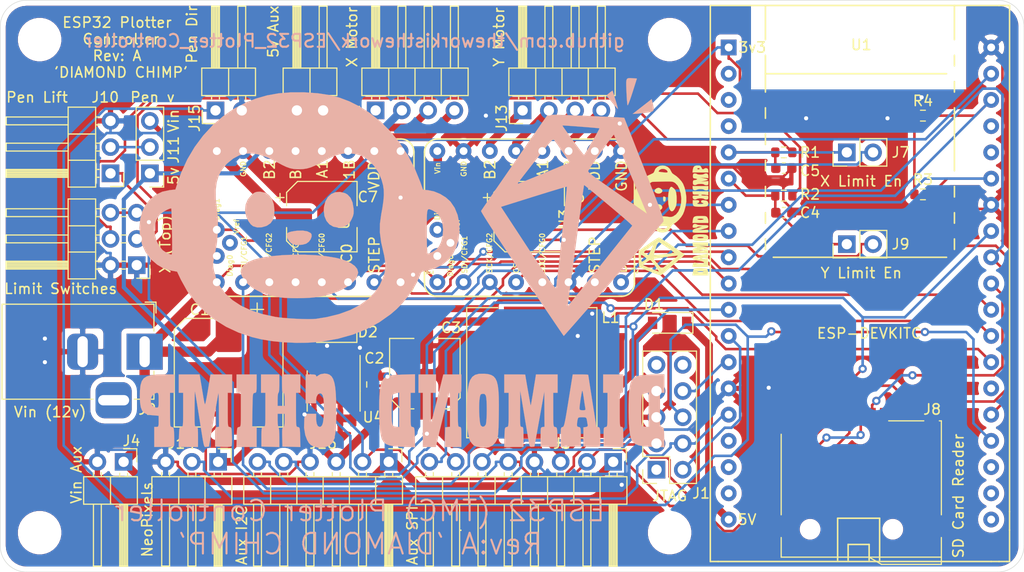
<source format=kicad_pcb>
(kicad_pcb (version 20171130) (host pcbnew "(5.1.10)-1")
  (layers (0 F.Cu signal hide) (31 B.Cu signal hide) (34 B.Paste user) (35 F.Paste user) (36 B.SilkS user) (37 F.SilkS user hide) (38 B.Mask user) (39 F.Mask user) (44 Edge.Cuts user))
  (net 0 "")
  (net 1 GND)
  (net 2 +5V)
  (net 3 /Y_Limit)
  (net 4 /X_Limit)
  (net 5 "Net-(D1-Pad1)")
  (net 6 "Net-(D2-Pad1)")
  (net 7 /MOSI)
  (net 8 /SCL)
  (net 9 /SDA)
  (net 10 /MISO)
  (net 11 /SCK)
  (net 12 /CS_SD)
  (net 13 /CS_X)
  (net 14 /CS_Y)
  (net 15 /CS_AUX)
  (net 16 "Net-(J2-Pad3)")
  (net 17 "Net-(J5-Pad3)")
  (net 18 "Net-(J5-Pad4)")
  (net 19 +3V3)
  (net 20 "Net-(J7-Pad2)")
  (net 21 "Net-(J8-Pad1)")
  (net 22 "Net-(J8-Pad8)")
  (net 23 "Net-(J9-Pad2)")
  (net 24 "Net-(J10-Pad2)")
  (net 25 /PEN_LIFT)
  (net 26 "Net-(J12-Pad4)")
  (net 27 "Net-(J12-Pad3)")
  (net 28 "Net-(J12-Pad2)")
  (net 29 "Net-(J12-Pad1)")
  (net 30 "Net-(J13-Pad1)")
  (net 31 "Net-(J13-Pad2)")
  (net 32 "Net-(J13-Pad3)")
  (net 33 "Net-(J13-Pad4)")
  (net 34 /Vin)
  (net 35 "Net-(U1-Pad2)")
  (net 36 "Net-(U1-Pad3)")
  (net 37 "Net-(U1-Pad4)")
  (net 38 /Y_Dir)
  (net 39 /X_Dir)
  (net 40 /Y_Step)
  (net 41 /X_Step)
  (net 42 /StepEn)
  (net 43 "Net-(U1-Pad16)")
  (net 44 "Net-(U1-Pad17)")
  (net 45 "Net-(U1-Pad18)")
  (net 46 "Net-(U1-Pad20)")
  (net 47 "Net-(U1-Pad21)")
  (net 48 "Net-(U1-Pad22)")
  (net 49 "Net-(U1-Pad25)")
  (net 50 "Net-(U1-Pad34)")
  (net 51 "Net-(U1-Pad35)")
  (net 52 "Net-(U2-Pad17)")
  (net 53 "Net-(U3-Pad17)")
  (net 54 "Net-(J1-Pad1)")
  (net 55 /JTAG_TMS)
  (net 56 /NEO_PIXELS_JTAG_TCK)
  (net 57 /PEN_DIR_JTAG_TDO)
  (net 58 "Net-(J1-Pad7)")
  (net 59 /JTAG_TDI)
  (net 60 "Net-(J1-Pad9)")
  (net 61 "Net-(J1-Pad10)")
  (net 62 "Net-(J8-Pad9)")
  (module custom:HK-TF01A (layer F.Cu) (at 185.1025 107.5055)
    (fp_text reference J8 (at 14.605 -0.508) (layer F.SilkS))
    (fp_text value Micro_SD_Card_TF-01A)
    (pad "" np_thru_hole circle (at 10.8 11.1) (size 1 1) (drill 1) (layers *.Cu *.Mask))
    (pad "" np_thru_hole circle (at 2.8 11.1) (size 1 1) (drill 1) (layers *.Cu *.Mask))
    (pad 13 smd rect (at 15.5 10.8) (size 1.2 2) (layers F.Cu F.Paste F.Mask) (net 1 GND))
    (pad 12 smd rect (at 0 10.8) (size 1.2 2) (layers F.Cu F.Paste F.Mask) (net 1 GND))
    (pad 11 smd rect (at 14.6 1.1) (size 1.2 1.4) (layers F.Cu F.Paste F.Mask) (net 1 GND))
    (pad 10 smd rect (at 0 1.075) (size 1.2 1.4) (layers F.Cu F.Paste F.Mask) (net 1 GND))
    (pad 1 smd rect (at 9.9 0) (size 0.7 1.3) (layers F.Cu F.Paste F.Mask) (net 21 "Net-(J8-Pad1)"))
    (pad 2 smd rect (at 8.8 0) (size 0.7 1.3) (layers F.Cu F.Paste F.Mask) (net 12 /CS_SD))
    (pad 3 smd rect (at 7.7 0) (size 0.7 1.3) (layers F.Cu F.Paste F.Mask) (net 7 /MOSI))
    (pad 4 smd rect (at 6.6 0) (size 0.7 1.3) (layers F.Cu F.Paste F.Mask) (net 19 +3V3))
    (pad 5 smd rect (at 5.5 0) (size 0.7 1.3) (layers F.Cu F.Paste F.Mask) (net 11 /SCK))
    (pad 6 smd rect (at 4.4 0) (size 0.7 1.3) (layers F.Cu F.Paste F.Mask) (net 1 GND))
    (pad 7 smd rect (at 3.3 0) (size 0.7 1.3) (layers F.Cu F.Paste F.Mask) (net 10 /MISO))
    (pad 8 smd rect (at 2.2 0) (size 0.7 1.3) (layers F.Cu F.Paste F.Mask) (net 22 "Net-(J8-Pad8)"))
    (pad 9 smd rect (at 1.1 0) (size 0.7 1.3) (layers F.Cu F.Paste F.Mask) (net 62 "Net-(J8-Pad9)"))
  )
  (module Connector_PinSocket_2.54mm:PinSocket_2x05_P2.54mm_Vertical (layer F.Cu) (at 173.0375 112.8395 180)
    (fp_text reference J1 (at -4.318 -2.286) (layer F.SilkS))
    (fp_text value "ARM JTAG 10pin")
    (pad 1 thru_hole rect (at 0 0 180) (size 1.7 1.7) (drill 1) (layers *.Cu *.Mask) (net 54 "Net-(J1-Pad1)"))
    (pad 2 thru_hole oval (at -2.54 0 180) (size 1.7 1.7) (drill 1) (layers *.Cu *.Mask) (net 55 /JTAG_TMS))
    (pad 3 thru_hole oval (at 0 2.54 180) (size 1.7 1.7) (drill 1) (layers *.Cu *.Mask) (net 1 GND))
    (pad 4 thru_hole oval (at -2.54 2.54 180) (size 1.7 1.7) (drill 1) (layers *.Cu *.Mask) (net 56 /NEO_PIXELS_JTAG_TCK))
    (pad 5 thru_hole oval (at 0 5.08 180) (size 1.7 1.7) (drill 1) (layers *.Cu *.Mask) (net 1 GND))
    (pad 6 thru_hole oval (at -2.54 5.08 180) (size 1.7 1.7) (drill 1) (layers *.Cu *.Mask) (net 57 /PEN_DIR_JTAG_TDO))
    (pad 7 thru_hole oval (at 0 7.62 180) (size 1.7 1.7) (drill 1) (layers *.Cu *.Mask) (net 58 "Net-(J1-Pad7)"))
    (pad 8 thru_hole oval (at -2.54 7.62 180) (size 1.7 1.7) (drill 1) (layers *.Cu *.Mask) (net 59 /JTAG_TDI))
    (pad 9 thru_hole oval (at 0 10.16 180) (size 1.7 1.7) (drill 1) (layers *.Cu *.Mask) (net 60 "Net-(J1-Pad9)"))
    (pad 10 thru_hole oval (at -2.54 10.16 180) (size 1.7 1.7) (drill 1) (layers *.Cu *.Mask) (net 61 "Net-(J1-Pad10)"))
  )
  (module custom:StepstickTMCv2 (layer F.Cu) (at 151.8285 94.6785 90)
    (fp_text reference U3 (at 6.096 12.319 270) (layer F.SilkS))
    (fp_text value TMC2130)
    (fp_text user Vref (at 5.3848 1.905 270) (layer F.SilkS) (effects (font (size 0.5 0.5) (thickness 0.1))))
    (fp_text user Diag1 (at 7.0612 0 270) (layer F.SilkS) (effects (font (size 0.5 0.5) (thickness 0.1))))
    (fp_text user Diag0 (at 1.6002 1.27 270) (layer F.SilkS) (effects (font (size 0.5 0.5) (thickness 0.1))))
    (fp_text user GND (at 10.287 17.8308 270) (layer F.SilkS))
    (fp_text user VDD (at 10.3632 15.2146 270) (layer F.SilkS))
    (fp_text user 1B (at 10.8966 12.827 270) (layer F.SilkS))
    (fp_text user A1 (at 10.9728 10.2108 270) (layer F.SilkS))
    (fp_text user B1 (at 10.8966 7.6454 270) (layer F.SilkS))
    (fp_text user B2 (at 10.8966 5.1054 270) (layer F.SilkS))
    (fp_text user GND (at 10.9728 2.5654 270) (layer F.SilkS) (effects (font (size 0.5 0.5) (thickness 0.1))))
    (fp_text user Vin (at 11.049 0.0254 270) (layer F.SilkS) (effects (font (size 0.5 0.5) (thickness 0.1))))
    (fp_text user ~EN (at 1.2192 -0.635 270) (layer F.SilkS) (effects (font (size 0.5 0.5) (thickness 0.1))))
    (fp_text user SDI/CFG1 (at 2.667 2.6416 270) (layer F.SilkS) (effects (font (size 0.5 0.5) (thickness 0.1))))
    (fp_text user SCK/CFG2 (at 2.8194 5.0546 90) (layer F.SilkS) (effects (font (size 0.5 0.5) (thickness 0.1))))
    (fp_text user CS/CFG3 (at 2.5654 7.6454 270) (layer F.SilkS) (effects (font (size 0.5 0.5) (thickness 0.1))))
    (fp_text user SDO/CFG0 (at 2.794 10.16 270) (layer F.SilkS) (effects (font (size 0.5 0.5) (thickness 0.1))))
    (fp_text user DC0 (at 2.286 12.573 270) (layer F.SilkS))
    (fp_text user STEP (at 2.6416 15.24 270) (layer F.SilkS))
    (fp_text user DIR (at 2.0828 17.8308 270) (layer F.SilkS))
    (pad 19 thru_hole circle (at 3.81 1.27 270) (size 1.524 1.524) (drill 0.762) (layers *.Cu *.Mask))
    (pad 18 thru_hole circle (at 5.08 0 270) (size 1.524 1.524) (drill 0.762) (layers *.Cu *.Mask) (net 23 "Net-(J9-Pad2)"))
    (pad 17 thru_hole circle (at 2.54 0 270) (size 1.524 1.524) (drill 0.762) (layers *.Cu *.Mask) (net 53 "Net-(U3-Pad17)"))
    (pad 8 thru_hole circle (at 0 17.78 270) (size 1.524 1.524) (drill 0.762) (layers *.Cu *.Mask) (net 38 /Y_Dir))
    (pad 7 thru_hole circle (at 0 15.24 270) (size 1.524 1.524) (drill 0.762) (layers *.Cu *.Mask) (net 40 /Y_Step))
    (pad 6 thru_hole circle (at 0 12.7 270) (size 1.524 1.524) (drill 0.762) (layers *.Cu *.Mask) (net 1 GND))
    (pad 5 thru_hole circle (at 0 10.16 270) (size 1.524 1.524) (drill 0.762) (layers *.Cu *.Mask) (net 10 /MISO))
    (pad 4 thru_hole circle (at 0 7.62 270) (size 1.524 1.524) (drill 0.762) (layers *.Cu *.Mask) (net 14 /CS_Y))
    (pad 3 thru_hole circle (at 0 5.08 270) (size 1.524 1.524) (drill 0.762) (layers *.Cu *.Mask) (net 11 /SCK))
    (pad 2 thru_hole circle (at 0 2.54 270) (size 1.524 1.524) (drill 0.762) (layers *.Cu *.Mask) (net 7 /MOSI))
    (pad 1 thru_hole circle (at 0 0 270) (size 1.524 1.524) (drill 0.762) (layers *.Cu *.Mask) (net 42 /StepEn))
    (pad 16 thru_hole circle (at 12.7 0 270) (size 1.524 1.524) (drill 0.762) (layers *.Cu *.Mask) (net 34 /Vin))
    (pad 15 thru_hole circle (at 12.7 2.54 270) (size 1.524 1.524) (drill 0.762) (layers *.Cu *.Mask) (net 1 GND))
    (pad 14 thru_hole circle (at 12.7 5.08 270) (size 1.524 1.524) (drill 0.762) (layers *.Cu *.Mask) (net 30 "Net-(J13-Pad1)"))
    (pad 13 thru_hole circle (at 12.7 7.62 270) (size 1.524 1.524) (drill 0.762) (layers *.Cu *.Mask) (net 31 "Net-(J13-Pad2)"))
    (pad 12 thru_hole circle (at 12.7 10.16 270) (size 1.524 1.524) (drill 0.762) (layers *.Cu *.Mask) (net 32 "Net-(J13-Pad3)"))
    (pad 11 thru_hole circle (at 12.7 12.7 270) (size 1.524 1.524) (drill 0.762) (layers *.Cu *.Mask) (net 33 "Net-(J13-Pad4)"))
    (pad 10 thru_hole circle (at 12.7 15.24 270) (size 1.524 1.524) (drill 0.762) (layers *.Cu *.Mask) (net 19 +3V3))
    (pad 9 thru_hole circle (at 12.7 17.78 270) (size 1.524 1.524) (drill 0.762) (layers *.Cu *.Mask) (net 1 GND))
  )
  (module custom:StepstickTMCv2 (layer F.Cu) (at 130.4925 94.6785 90)
    (fp_text reference U2 (at 6.096 12.319 270) (layer F.SilkS))
    (fp_text value TMC2130)
    (fp_text user Vref (at 5.3848 1.905 270) (layer F.SilkS) (effects (font (size 0.5 0.5) (thickness 0.1))))
    (fp_text user Diag1 (at 7.0612 0 270) (layer F.SilkS) (effects (font (size 0.5 0.5) (thickness 0.1))))
    (fp_text user Diag0 (at 1.6002 1.27 270) (layer F.SilkS) (effects (font (size 0.5 0.5) (thickness 0.1))))
    (fp_text user GND (at 10.287 17.8308 270) (layer F.SilkS))
    (fp_text user VDD (at 10.3632 15.2146 270) (layer F.SilkS))
    (fp_text user 1B (at 10.8966 12.827 270) (layer F.SilkS))
    (fp_text user A1 (at 10.9728 10.2108 270) (layer F.SilkS))
    (fp_text user B1 (at 10.8966 7.6454 270) (layer F.SilkS))
    (fp_text user B2 (at 10.8966 5.1054 270) (layer F.SilkS))
    (fp_text user GND (at 10.9728 2.5654 270) (layer F.SilkS) (effects (font (size 0.5 0.5) (thickness 0.1))))
    (fp_text user Vin (at 11.049 0.0254 270) (layer F.SilkS) (effects (font (size 0.5 0.5) (thickness 0.1))))
    (fp_text user ~EN (at 1.2192 -0.635 270) (layer F.SilkS) (effects (font (size 0.5 0.5) (thickness 0.1))))
    (fp_text user SDI/CFG1 (at 2.667 2.6416 270) (layer F.SilkS) (effects (font (size 0.5 0.5) (thickness 0.1))))
    (fp_text user SCK/CFG2 (at 2.8194 5.0546 90) (layer F.SilkS) (effects (font (size 0.5 0.5) (thickness 0.1))))
    (fp_text user CS/CFG3 (at 2.5654 7.6454 270) (layer F.SilkS) (effects (font (size 0.5 0.5) (thickness 0.1))))
    (fp_text user SDO/CFG0 (at 2.794 10.16 270) (layer F.SilkS) (effects (font (size 0.5 0.5) (thickness 0.1))))
    (fp_text user DC0 (at 2.286 12.573 270) (layer F.SilkS))
    (fp_text user STEP (at 2.6416 15.24 270) (layer F.SilkS))
    (fp_text user DIR (at 2.0828 17.8308 270) (layer F.SilkS))
    (pad 19 thru_hole circle (at 3.81 1.27 270) (size 1.524 1.524) (drill 0.762) (layers *.Cu *.Mask))
    (pad 18 thru_hole circle (at 5.08 0 270) (size 1.524 1.524) (drill 0.762) (layers *.Cu *.Mask) (net 20 "Net-(J7-Pad2)"))
    (pad 17 thru_hole circle (at 2.54 0 270) (size 1.524 1.524) (drill 0.762) (layers *.Cu *.Mask) (net 52 "Net-(U2-Pad17)"))
    (pad 8 thru_hole circle (at 0 17.78 270) (size 1.524 1.524) (drill 0.762) (layers *.Cu *.Mask) (net 39 /X_Dir))
    (pad 7 thru_hole circle (at 0 15.24 270) (size 1.524 1.524) (drill 0.762) (layers *.Cu *.Mask) (net 41 /X_Step))
    (pad 6 thru_hole circle (at 0 12.7 270) (size 1.524 1.524) (drill 0.762) (layers *.Cu *.Mask) (net 1 GND))
    (pad 5 thru_hole circle (at 0 10.16 270) (size 1.524 1.524) (drill 0.762) (layers *.Cu *.Mask) (net 10 /MISO))
    (pad 4 thru_hole circle (at 0 7.62 270) (size 1.524 1.524) (drill 0.762) (layers *.Cu *.Mask) (net 13 /CS_X))
    (pad 3 thru_hole circle (at 0 5.08 270) (size 1.524 1.524) (drill 0.762) (layers *.Cu *.Mask) (net 11 /SCK))
    (pad 2 thru_hole circle (at 0 2.54 270) (size 1.524 1.524) (drill 0.762) (layers *.Cu *.Mask) (net 7 /MOSI))
    (pad 1 thru_hole circle (at 0 0 270) (size 1.524 1.524) (drill 0.762) (layers *.Cu *.Mask) (net 42 /StepEn))
    (pad 16 thru_hole circle (at 12.7 0 270) (size 1.524 1.524) (drill 0.762) (layers *.Cu *.Mask) (net 34 /Vin))
    (pad 15 thru_hole circle (at 12.7 2.54 270) (size 1.524 1.524) (drill 0.762) (layers *.Cu *.Mask) (net 1 GND))
    (pad 14 thru_hole circle (at 12.7 5.08 270) (size 1.524 1.524) (drill 0.762) (layers *.Cu *.Mask) (net 29 "Net-(J12-Pad1)"))
    (pad 13 thru_hole circle (at 12.7 7.62 270) (size 1.524 1.524) (drill 0.762) (layers *.Cu *.Mask) (net 28 "Net-(J12-Pad2)"))
    (pad 12 thru_hole circle (at 12.7 10.16 270) (size 1.524 1.524) (drill 0.762) (layers *.Cu *.Mask) (net 27 "Net-(J12-Pad3)"))
    (pad 11 thru_hole circle (at 12.7 12.7 270) (size 1.524 1.524) (drill 0.762) (layers *.Cu *.Mask) (net 26 "Net-(J12-Pad4)"))
    (pad 10 thru_hole circle (at 12.7 15.24 270) (size 1.524 1.524) (drill 0.762) (layers *.Cu *.Mask) (net 19 +3V3))
    (pad 9 thru_hole circle (at 12.7 17.78 270) (size 1.524 1.524) (drill 0.762) (layers *.Cu *.Mask) (net 1 GND))
  )
  (module custom:dc_600 (layer B.Cu) (at 148.3995 92.7735 180)
    (fp_text reference G*** hide)
    (fp_text value LOGO hide)
  )
  (module custom:dc_7mm (layer F.Cu) (at 174.3075 88.7095 90)
    (fp_text reference G*** hide)
    (fp_text value LOGO hide)
  )
  (module custom:DEVKITC (layer F.Cu) (at 180.0225 71.9455)
    (fp_text reference U1 (at 12.827 -0.254) (layer F.SilkS))
    (fp_text value ESP-DEVKITC (at 13.589 27.686) (layer F.SilkS))
    (fp_text user 3v3 (at 2.286 0) (layer F.SilkS))
    (fp_text user 5V (at 1.778 45.72) (layer F.SilkS))
    (pad 38 thru_hole circle (at 25.4 0) (size 1.524 1.524) (drill 0.762) (layers *.Cu *.Mask) (net 1 GND))
    (pad 37 thru_hole circle (at 25.4 2.54) (size 1.524 1.524) (drill 0.762) (layers *.Cu *.Mask) (net 7 /MOSI))
    (pad 36 thru_hole circle (at 25.4 5.08) (size 1.524 1.524) (drill 0.762) (layers *.Cu *.Mask) (net 8 /SCL))
    (pad 35 thru_hole circle (at 25.4 7.62) (size 1.524 1.524) (drill 0.762) (layers *.Cu *.Mask) (net 51 "Net-(U1-Pad35)"))
    (pad 34 thru_hole circle (at 25.4 10.16) (size 1.524 1.524) (drill 0.762) (layers *.Cu *.Mask) (net 50 "Net-(U1-Pad34)"))
    (pad 33 thru_hole circle (at 25.4 12.7) (size 1.524 1.524) (drill 0.762) (layers *.Cu *.Mask) (net 9 /SDA))
    (pad 32 thru_hole circle (at 25.4 15.24) (size 1.524 1.524) (drill 0.762) (layers *.Cu *.Mask) (net 1 GND))
    (pad 31 thru_hole circle (at 25.4 17.78) (size 1.524 1.524) (drill 0.762) (layers *.Cu *.Mask) (net 10 /MISO))
    (pad 30 thru_hole circle (at 25.4 20.32) (size 1.524 1.524) (drill 0.762) (layers *.Cu *.Mask) (net 11 /SCK))
    (pad 29 thru_hole circle (at 25.4 22.86) (size 1.524 1.524) (drill 0.762) (layers *.Cu *.Mask) (net 12 /CS_SD))
    (pad 28 thru_hole circle (at 25.4 25.4) (size 1.524 1.524) (drill 0.762) (layers *.Cu *.Mask) (net 13 /CS_X))
    (pad 27 thru_hole circle (at 25.4 27.94) (size 1.524 1.524) (drill 0.762) (layers *.Cu *.Mask) (net 14 /CS_Y))
    (pad 26 thru_hole circle (at 25.4 30.48) (size 1.524 1.524) (drill 0.762) (layers *.Cu *.Mask) (net 15 /CS_AUX))
    (pad 25 thru_hole circle (at 25.4 33.02) (size 1.524 1.524) (drill 0.762) (layers *.Cu *.Mask) (net 49 "Net-(U1-Pad25)"))
    (pad 24 thru_hole circle (at 25.4 35.56) (size 1.524 1.524) (drill 0.762) (layers *.Cu *.Mask) (net 42 /StepEn))
    (pad 23 thru_hole circle (at 25.4 38.1) (size 1.524 1.524) (drill 0.762) (layers *.Cu *.Mask) (net 57 /PEN_DIR_JTAG_TDO))
    (pad 22 thru_hole circle (at 25.4 40.64) (size 1.524 1.524) (drill 0.762) (layers *.Cu *.Mask) (net 48 "Net-(U1-Pad22)"))
    (pad 21 thru_hole circle (at 25.4 43.18) (size 1.524 1.524) (drill 0.762) (layers *.Cu *.Mask) (net 47 "Net-(U1-Pad21)"))
    (pad 20 thru_hole circle (at 25.4 45.72) (size 1.524 1.524) (drill 0.762) (layers *.Cu *.Mask) (net 46 "Net-(U1-Pad20)"))
    (pad 19 thru_hole circle (at 0 45.72) (size 1.524 1.524) (drill 0.762) (layers *.Cu *.Mask) (net 5 "Net-(D1-Pad1)"))
    (pad 18 thru_hole circle (at 0 43.18) (size 1.524 1.524) (drill 0.762) (layers *.Cu *.Mask) (net 45 "Net-(U1-Pad18)"))
    (pad 17 thru_hole circle (at 0 40.64) (size 1.524 1.524) (drill 0.762) (layers *.Cu *.Mask) (net 44 "Net-(U1-Pad17)"))
    (pad 16 thru_hole circle (at 0 38.1) (size 1.524 1.524) (drill 0.762) (layers *.Cu *.Mask) (net 43 "Net-(U1-Pad16)"))
    (pad 15 thru_hole circle (at 0 35.56) (size 1.524 1.524) (drill 0.762) (layers *.Cu *.Mask) (net 56 /NEO_PIXELS_JTAG_TCK))
    (pad 14 thru_hole circle (at 0 33.02) (size 1.524 1.524) (drill 0.762) (layers *.Cu *.Mask) (net 1 GND))
    (pad 13 thru_hole circle (at 0 30.48) (size 1.524 1.524) (drill 0.762) (layers *.Cu *.Mask) (net 59 /JTAG_TDI))
    (pad 12 thru_hole circle (at 0 27.94) (size 1.524 1.524) (drill 0.762) (layers *.Cu *.Mask) (net 55 /JTAG_TMS))
    (pad 11 thru_hole circle (at 0 25.4) (size 1.524 1.524) (drill 0.762) (layers *.Cu *.Mask) (net 25 /PEN_LIFT))
    (pad 10 thru_hole circle (at 0 22.86) (size 1.524 1.524) (drill 0.762) (layers *.Cu *.Mask) (net 39 /X_Dir))
    (pad 9 thru_hole circle (at 0 20.32) (size 1.524 1.524) (drill 0.762) (layers *.Cu *.Mask) (net 41 /X_Step))
    (pad 8 thru_hole circle (at 0 17.78) (size 1.524 1.524) (drill 0.762) (layers *.Cu *.Mask) (net 38 /Y_Dir))
    (pad 7 thru_hole circle (at 0 15.24) (size 1.524 1.524) (drill 0.762) (layers *.Cu *.Mask) (net 40 /Y_Step))
    (pad 6 thru_hole circle (at 0 12.7) (size 1.524 1.524) (drill 0.762) (layers *.Cu *.Mask) (net 3 /Y_Limit))
    (pad 5 thru_hole circle (at 0 10.16) (size 1.524 1.524) (drill 0.762) (layers *.Cu *.Mask) (net 4 /X_Limit))
    (pad 4 thru_hole circle (at 0 7.62) (size 1.524 1.524) (drill 0.762) (layers *.Cu *.Mask) (net 37 "Net-(U1-Pad4)"))
    (pad 3 thru_hole circle (at 0 5.08) (size 1.524 1.524) (drill 0.762) (layers *.Cu *.Mask) (net 36 "Net-(U1-Pad3)"))
    (pad 2 thru_hole circle (at 0 2.54) (size 1.524 1.524) (drill 0.762) (layers *.Cu *.Mask) (net 35 "Net-(U1-Pad2)"))
    (pad 1 thru_hole rect (at 0 0) (size 1.524 1.524) (drill 0.762) (layers *.Cu *.Mask) (net 19 +3V3))
  )
  (module MountingHole:MountingHole_3.2mm_M3 (layer F.Cu) (at 174.3075 71.1835)
    (fp_text reference H2 hide)
    (fp_text value MountingHole_3.2mm_M3)
    (pad "" np_thru_hole circle (at 0 0) (size 3.2 3.2) (drill 3.2) (layers *.Cu *.Mask))
  )
  (module MountingHole:MountingHole_3.2mm_M3 (layer F.Cu) (at 113.3475 71.1835)
    (fp_text reference H1 hide)
    (fp_text value MountingHole_3.2mm_M3)
    (pad "" np_thru_hole circle (at 0 0) (size 3.2 3.2) (drill 3.2) (layers *.Cu *.Mask))
  )
  (module MountingHole:MountingHole_3.2mm_M3 (layer F.Cu) (at 174.3075 118.9355)
    (fp_text reference H3 hide)
    (fp_text value MountingHole_3.2mm_M3)
    (pad "" np_thru_hole circle (at 0 0) (size 3.2 3.2) (drill 3.2) (layers *.Cu *.Mask))
  )
  (module MountingHole:MountingHole_3.2mm_M3 (layer F.Cu) (at 113.3475 118.9355)
    (fp_text reference H4 hide)
    (fp_text value MountingHole_3.2mm_M3)
    (pad "" np_thru_hole circle (at 0 0) (size 3.2 3.2) (drill 3.2) (layers *.Cu *.Mask))
  )
  (module Capacitor_SMD:CP_Elec_10x10 (layer F.Cu) (at 131.6355 103.4415 270)
    (fp_text reference C1 (at -6.096 2.794 180) (layer F.SilkS))
    (fp_text value "470uF 35v")
    (pad 2 smd roundrect (at 4 0 270) (size 4 2.5) (layers F.Cu F.Paste F.Mask) (roundrect_rratio 0.1) (net 1 GND))
    (pad 1 smd roundrect (at -4 0 270) (size 4 2.5) (layers F.Cu F.Paste F.Mask) (roundrect_rratio 0.1) (net 34 /Vin))
  )
  (module Capacitor_SMD:C_0805_2012Metric (layer F.Cu) (at 145.7325 104.5845 270)
    (fp_text reference C2 (at -2.54 0 180) (layer F.SilkS))
    (fp_text value 1uF)
    (pad 2 smd roundrect (at 0.95 0 270) (size 1 1.45) (layers F.Cu F.Paste F.Mask) (net 1 GND))
    (pad 1 smd roundrect (at -0.95 0 270) (size 1 1.45) (layers F.Cu F.Paste F.Mask) (net 34 /Vin))
  )
  (module Capacitor_SMD:CP_Elec_6.3x7.7 (layer F.Cu) (at 150.622 103.5355 90)
    (fp_text reference C3 (at 4.445 2.54 180) (layer F.SilkS))
    (fp_text value "180uF 35v")
    (pad 2 smd roundrect (at 2.7 0 90) (size 3.5 1.6) (layers F.Cu F.Paste F.Mask) (roundrect_rratio 0.15625) (net 1 GND))
    (pad 1 smd roundrect (at -2.7 0 90) (size 3.5 1.6) (layers F.Cu F.Paste F.Mask) (roundrect_rratio 0.15625) (net 2 +5V))
  )
  (module Capacitor_SMD:CP_Elec_6.3x5.7 (layer F.Cu) (at 160.7185 88.3285)
    (fp_text reference C6 (at 4.445 -1.905) (layer F.SilkS))
    (fp_text value "47uF 35V")
    (pad 2 smd roundrect (at 2.7 0) (size 3.5 1.6) (layers F.Cu F.Paste F.Mask) (roundrect_rratio 0.15625) (net 1 GND))
    (pad 1 smd roundrect (at -2.7 0) (size 3.5 1.6) (layers F.Cu F.Paste F.Mask) (roundrect_rratio 0.15625) (net 34 /Vin))
  )
  (module Capacitor_SMD:CP_Elec_6.3x5.7 (layer F.Cu) (at 140.6525 88.3285)
    (fp_text reference C7 (at 4.445 -1.905) (layer F.SilkS))
    (fp_text value "47uF 35V")
    (pad 2 smd roundrect (at 2.7 0) (size 3.5 1.6) (layers F.Cu F.Paste F.Mask) (roundrect_rratio 0.15625) (net 1 GND))
    (pad 1 smd roundrect (at -2.7 0) (size 3.5 1.6) (layers F.Cu F.Paste F.Mask) (roundrect_rratio 0.15625) (net 34 /Vin))
  )
  (module Diode_SMD:D_SOD-123 (layer F.Cu) (at 174.3075 98.6155 180)
    (fp_text reference D1 (at 1.524 1.778) (layer F.SilkS))
    (fp_text value B5819W)
    (pad 2 smd rect (at 1.65 0 180) (size 0.9 1.2) (layers F.Cu F.Paste F.Mask) (net 2 +5V))
    (pad 1 smd rect (at -1.65 0 180) (size 0.9 1.2) (layers F.Cu F.Paste F.Mask) (net 5 "Net-(D1-Pad1)"))
  )
  (module Diode_SMD:D_SOD-123 (layer F.Cu) (at 141.7955 99.5045 180)
    (fp_text reference D2 (at -3.302 0 180) (layer F.SilkS))
    (fp_text value B5819W)
    (pad 2 smd rect (at 1.65 0 180) (size 0.9 1.2) (layers F.Cu F.Paste F.Mask) (net 1 GND))
    (pad 1 smd rect (at -1.65 0 180) (size 0.9 1.2) (layers F.Cu F.Paste F.Mask) (net 6 "Net-(D2-Pad1)"))
  )
  (module Connector_BarrelJack:BarrelJack_Horizontal (layer F.Cu) (at 123.5075 101.4095)
    (fp_text reference J2 (at 0.254 5.588) (layer F.SilkS))
    (fp_text value Power)
    (pad 3 thru_hole roundrect (at -3 4.7) (size 3.5 3.5) (drill oval 3 1) (layers *.Cu *.Mask) (net 16 "Net-(J2-Pad3)"))
    (pad 2 thru_hole roundrect (at -6 0) (size 3 3.5) (drill oval 1 3) (layers *.Cu *.Mask) (net 1 GND))
    (pad 1 thru_hole rect (at 0 0) (size 3.5 3.5) (drill oval 1 3) (layers *.Cu *.Mask) (net 34 /Vin))
  )
  (module Connector_PinHeader_2.54mm:PinHeader_1x02_P2.54mm_Horizontal (layer F.Cu) (at 138.2395 78.0415 90)
    (fp_text reference J3 (at -1.27 -2.032 90) (layer F.SilkS))
    (fp_text value "5V Aux")
    (pad 2 thru_hole oval (at 0 2.54 90) (size 1.7 1.7) (drill 1) (layers *.Cu *.Mask) (net 1 GND))
    (pad 1 thru_hole rect (at 0 0 90) (size 1.7 1.7) (drill 1) (layers *.Cu *.Mask) (net 2 +5V))
  )
  (module Connector_PinHeader_2.54mm:PinHeader_1x02_P2.54mm_Horizontal (layer F.Cu) (at 121.4755 112.0775 270)
    (fp_text reference J4 (at -2.032 -0.762 180) (layer F.SilkS))
    (fp_text value "Vin Aux")
    (pad 2 thru_hole oval (at 0 2.54 270) (size 1.7 1.7) (drill 1) (layers *.Cu *.Mask) (net 1 GND))
    (pad 1 thru_hole rect (at 0 0 270) (size 1.7 1.7) (drill 1) (layers *.Cu *.Mask) (net 34 /Vin))
  )
  (module Connector_PinHeader_2.54mm:PinHeader_2x03_P2.54mm_Horizontal (layer F.Cu) (at 122.7455 93.0275 180)
    (fp_text reference J5 (at -2.032 5.842) (layer F.SilkS))
    (fp_text value "Limit Switches")
    (pad 6 thru_hole oval (at 2.54 5.08 180) (size 1.7 1.7) (drill 1) (layers *.Cu *.Mask) (net 19 +3V3))
    (pad 5 thru_hole oval (at 0 5.08 180) (size 1.7 1.7) (drill 1) (layers *.Cu *.Mask) (net 19 +3V3))
    (pad 4 thru_hole oval (at 2.54 2.54 180) (size 1.7 1.7) (drill 1) (layers *.Cu *.Mask) (net 18 "Net-(J5-Pad4)"))
    (pad 3 thru_hole oval (at 0 2.54 180) (size 1.7 1.7) (drill 1) (layers *.Cu *.Mask) (net 17 "Net-(J5-Pad3)"))
    (pad 2 thru_hole oval (at 2.54 0 180) (size 1.7 1.7) (drill 1) (layers *.Cu *.Mask) (net 1 GND))
    (pad 1 thru_hole rect (at 0 0 180) (size 1.7 1.7) (drill 1) (layers *.Cu *.Mask) (net 1 GND))
  )
  (module Connector_PinHeader_2.54mm:PinHeader_1x08_P2.54mm_Horizontal (layer F.Cu) (at 168.8465 112.0775 270)
    (fp_text reference J6 (at -1.778 4.953 180) (layer F.SilkS))
    (fp_text value "Aux Port (SPI)")
    (pad 8 thru_hole oval (at 0 17.78 270) (size 1.7 1.7) (drill 1) (layers *.Cu *.Mask) (net 15 /CS_AUX))
    (pad 7 thru_hole oval (at 0 15.24 270) (size 1.7 1.7) (drill 1) (layers *.Cu *.Mask) (net 11 /SCK))
    (pad 6 thru_hole oval (at 0 12.7 270) (size 1.7 1.7) (drill 1) (layers *.Cu *.Mask) (net 10 /MISO))
    (pad 5 thru_hole oval (at 0 10.16 270) (size 1.7 1.7) (drill 1) (layers *.Cu *.Mask) (net 7 /MOSI))
    (pad 4 thru_hole oval (at 0 7.62 270) (size 1.7 1.7) (drill 1) (layers *.Cu *.Mask) (net 1 GND))
    (pad 3 thru_hole oval (at 0 5.08 270) (size 1.7 1.7) (drill 1) (layers *.Cu *.Mask) (net 2 +5V))
    (pad 2 thru_hole oval (at 0 2.54 270) (size 1.7 1.7) (drill 1) (layers *.Cu *.Mask) (net 19 +3V3))
    (pad 1 thru_hole rect (at 0 0 270) (size 1.7 1.7) (drill 1) (layers *.Cu *.Mask) (net 34 /Vin))
  )
  (module Connector_PinHeader_2.54mm:PinHeader_1x02_P2.54mm_Vertical (layer F.Cu) (at 191.4525 82.1055 90)
    (fp_text reference J7 (at 0 5.207 180) (layer F.SilkS))
    (fp_text value "X Limit")
    (pad 2 thru_hole oval (at 0 2.54 90) (size 1.7 1.7) (drill 1) (layers *.Cu *.Mask) (net 20 "Net-(J7-Pad2)"))
    (pad 1 thru_hole rect (at 0 0 90) (size 1.7 1.7) (drill 1) (layers *.Cu *.Mask) (net 4 /X_Limit))
  )
  (module Connector_PinHeader_2.54mm:PinHeader_1x02_P2.54mm_Vertical (layer F.Cu) (at 191.4525 90.9955 90)
    (fp_text reference J9 (at 0 5.207 180) (layer F.SilkS))
    (fp_text value "Y Limit")
    (pad 2 thru_hole oval (at 0 2.54 90) (size 1.7 1.7) (drill 1) (layers *.Cu *.Mask) (net 23 "Net-(J9-Pad2)"))
    (pad 1 thru_hole rect (at 0 0 90) (size 1.7 1.7) (drill 1) (layers *.Cu *.Mask) (net 3 /Y_Limit))
  )
  (module Connector_PinHeader_2.54mm:PinHeader_1x03_P2.54mm_Horizontal (layer F.Cu) (at 120.2055 84.1375 180)
    (fp_text reference J10 (at 0.508 7.366) (layer F.SilkS))
    (fp_text value "Pen Lift")
    (pad 3 thru_hole oval (at 0 5.08 180) (size 1.7 1.7) (drill 1) (layers *.Cu *.Mask) (net 1 GND))
    (pad 2 thru_hole oval (at 0 2.54 180) (size 1.7 1.7) (drill 1) (layers *.Cu *.Mask) (net 24 "Net-(J10-Pad2)"))
    (pad 1 thru_hole rect (at 0 0 180) (size 1.7 1.7) (drill 1) (layers *.Cu *.Mask) (net 25 /PEN_LIFT))
  )
  (module Connector_PinHeader_2.54mm:PinHeader_1x03_P2.54mm_Vertical (layer F.Cu) (at 124.0155 84.1375 180)
    (fp_text reference J11 (at -2.286 2.286 90) (layer F.SilkS))
    (fp_text value Vselect)
    (pad 3 thru_hole oval (at 0 5.08 180) (size 1.7 1.7) (drill 1) (layers *.Cu *.Mask) (net 34 /Vin))
    (pad 2 thru_hole oval (at 0 2.54 180) (size 1.7 1.7) (drill 1) (layers *.Cu *.Mask) (net 24 "Net-(J10-Pad2)"))
    (pad 1 thru_hole rect (at 0 0 180) (size 1.7 1.7) (drill 1) (layers *.Cu *.Mask) (net 2 +5V))
  )
  (module Connector_PinHeader_2.54mm:PinHeader_1x04_P2.54mm_Horizontal (layer F.Cu) (at 145.8595 78.0415 90)
    (fp_text reference J12 (at -0.762 -2.032 90) (layer F.SilkS))
    (fp_text value "X Motor")
    (pad 4 thru_hole oval (at 0 7.62 90) (size 1.7 1.7) (drill 1) (layers *.Cu *.Mask) (net 26 "Net-(J12-Pad4)"))
    (pad 3 thru_hole oval (at 0 5.08 90) (size 1.7 1.7) (drill 1) (layers *.Cu *.Mask) (net 27 "Net-(J12-Pad3)"))
    (pad 2 thru_hole oval (at 0 2.54 90) (size 1.7 1.7) (drill 1) (layers *.Cu *.Mask) (net 28 "Net-(J12-Pad2)"))
    (pad 1 thru_hole rect (at 0 0 90) (size 1.7 1.7) (drill 1) (layers *.Cu *.Mask) (net 29 "Net-(J12-Pad1)"))
  )
  (module Connector_PinHeader_2.54mm:PinHeader_1x04_P2.54mm_Horizontal (layer F.Cu) (at 160.0835 78.0415 90)
    (fp_text reference J13 (at -0.762 -2.032 90) (layer F.SilkS))
    (fp_text value "Y Motor")
    (pad 4 thru_hole oval (at 0 7.62 90) (size 1.7 1.7) (drill 1) (layers *.Cu *.Mask) (net 33 "Net-(J13-Pad4)"))
    (pad 3 thru_hole oval (at 0 5.08 90) (size 1.7 1.7) (drill 1) (layers *.Cu *.Mask) (net 32 "Net-(J13-Pad3)"))
    (pad 2 thru_hole oval (at 0 2.54 90) (size 1.7 1.7) (drill 1) (layers *.Cu *.Mask) (net 31 "Net-(J13-Pad2)"))
    (pad 1 thru_hole rect (at 0 0 90) (size 1.7 1.7) (drill 1) (layers *.Cu *.Mask) (net 30 "Net-(J13-Pad1)"))
  )
  (module Connector_PinHeader_2.54mm:PinHeader_1x03_P2.54mm_Horizontal (layer F.Cu) (at 130.6195 112.0775 270)
    (fp_text reference J14 (at -1.778 3.556 180) (layer F.SilkS))
    (fp_text value "Neo Pixel LEDs")
    (pad 3 thru_hole oval (at 0 5.08 270) (size 1.7 1.7) (drill 1) (layers *.Cu *.Mask) (net 1 GND))
    (pad 2 thru_hole oval (at 0 2.54 270) (size 1.7 1.7) (drill 1) (layers *.Cu *.Mask) (net 56 /NEO_PIXELS_JTAG_TCK))
    (pad 1 thru_hole rect (at 0 0 270) (size 1.7 1.7) (drill 1) (layers *.Cu *.Mask) (net 2 +5V))
  )
  (module Connector_PinHeader_2.54mm:PinHeader_1x02_P2.54mm_Horizontal (layer F.Cu) (at 130.3655 78.0415 90)
    (fp_text reference J15 (at -0.762 -2.032 90) (layer F.SilkS))
    (fp_text value "Pen Direction")
    (pad 2 thru_hole oval (at 0 2.54 90) (size 1.7 1.7) (drill 1) (layers *.Cu *.Mask) (net 1 GND))
    (pad 1 thru_hole rect (at 0 0 90) (size 1.7 1.7) (drill 1) (layers *.Cu *.Mask) (net 57 /PEN_DIR_JTAG_TDO))
  )
  (module Connector_PinHeader_2.54mm:PinHeader_1x06_P2.54mm_Horizontal (layer F.Cu) (at 147.1295 112.0775 270)
    (fp_text reference J16 (at -1.778 6.35 180) (layer F.SilkS))
    (fp_text value "Aux Port (I2C)")
    (pad 6 thru_hole oval (at 0 12.7 270) (size 1.7 1.7) (drill 1) (layers *.Cu *.Mask) (net 9 /SDA))
    (pad 5 thru_hole oval (at 0 10.16 270) (size 1.7 1.7) (drill 1) (layers *.Cu *.Mask) (net 8 /SCL))
    (pad 4 thru_hole oval (at 0 7.62 270) (size 1.7 1.7) (drill 1) (layers *.Cu *.Mask) (net 1 GND))
    (pad 3 thru_hole oval (at 0 5.08 270) (size 1.7 1.7) (drill 1) (layers *.Cu *.Mask) (net 2 +5V))
    (pad 2 thru_hole oval (at 0 2.54 270) (size 1.7 1.7) (drill 1) (layers *.Cu *.Mask) (net 19 +3V3))
    (pad 1 thru_hole rect (at 0 0 270) (size 1.7 1.7) (drill 1) (layers *.Cu *.Mask) (net 34 /Vin))
  )
  (module Inductor_SMD:L_12x12mm_H6mm (layer F.Cu) (at 160.9725 103.4445 270)
    (fp_text reference L1 (at -5.334 -7.62 180) (layer F.SilkS))
    (fp_text value 68uH)
    (pad 2 smd rect (at 4.95 0 270) (size 2.9 5.4) (layers F.Cu F.Paste F.Mask) (net 2 +5V))
    (pad 1 smd rect (at -4.95 0 270) (size 2.9 5.4) (layers F.Cu F.Paste F.Mask) (net 6 "Net-(D2-Pad1)"))
  )
  (module Resistor_SMD:R_0603_1608Metric (layer F.Cu) (at 185.3565 82.1055)
    (fp_text reference R1 (at 2.54 0) (layer F.SilkS))
    (fp_text value 100)
    (pad 2 smd roundrect (at 0.825 0) (size 0.8 0.95) (layers F.Cu F.Paste F.Mask) (net 17 "Net-(J5-Pad3)"))
    (pad 1 smd roundrect (at -0.825 0) (size 0.8 0.95) (layers F.Cu F.Paste F.Mask) (net 4 /X_Limit))
  )
  (module Resistor_SMD:R_0603_1608Metric (layer F.Cu) (at 185.3565 86.2965)
    (fp_text reference R2 (at 2.54 -0.127) (layer F.SilkS))
    (fp_text value 100)
    (pad 2 smd roundrect (at 0.825 0) (size 0.8 0.95) (layers F.Cu F.Paste F.Mask) (net 18 "Net-(J5-Pad4)"))
    (pad 1 smd roundrect (at -0.825 0) (size 0.8 0.95) (layers F.Cu F.Paste F.Mask) (net 3 /Y_Limit))
  )
  (module Resistor_SMD:R_0603_1608Metric (layer F.Cu) (at 198.8185 86.1695)
    (fp_text reference R3 (at 0 -1.43) (layer F.SilkS))
    (fp_text value 10K)
    (pad 2 smd roundrect (at 0.825 0) (size 0.8 0.95) (layers F.Cu F.Paste F.Mask) (net 9 /SDA))
    (pad 1 smd roundrect (at -0.825 0) (size 0.8 0.95) (layers F.Cu F.Paste F.Mask) (net 19 +3V3))
  )
  (module Resistor_SMD:R_0603_1608Metric (layer F.Cu) (at 198.8185 78.5495)
    (fp_text reference R4 (at 0 -1.43) (layer F.SilkS))
    (fp_text value 10K)
    (pad 2 smd roundrect (at 0.825 0) (size 0.8 0.95) (layers F.Cu F.Paste F.Mask) (net 8 /SCL))
    (pad 1 smd roundrect (at -0.825 0) (size 0.8 0.95) (layers F.Cu F.Paste F.Mask) (net 19 +3V3))
  )
  (module Capacitor_SMD:C_0603_1608Metric (layer F.Cu) (at 185.3565 87.9475)
    (fp_text reference C4 (at 2.54 0) (layer F.SilkS))
    (fp_text value 100nF)
    (pad 1 smd roundrect (at -0.775 0) (size 0.9 0.95) (layers F.Cu F.Paste F.Mask) (net 3 /Y_Limit))
    (pad 2 smd roundrect (at 0.775 0) (size 0.9 0.95) (layers F.Cu F.Paste F.Mask) (net 1 GND))
  )
  (module Capacitor_SMD:C_0603_1608Metric (layer F.Cu) (at 185.3565 83.6295)
    (fp_text reference C5 (at 2.54 0.254) (layer F.SilkS))
    (fp_text value 100nF)
    (pad 2 smd roundrect (at 0.775 0) (size 0.9 0.95) (layers F.Cu F.Paste F.Mask) (net 1 GND))
    (pad 1 smd roundrect (at -0.775 0) (size 0.9 0.95) (layers F.Cu F.Paste F.Mask) (net 4 /X_Limit))
  )
  (module Package_SO:SO-8_3.9x4.9mm_P1.27mm (layer F.Cu) (at 141.7955 105.2195 270)
    (fp_text reference U4 (at 2.54 -3.81 180) (layer F.SilkS))
    (fp_text value XL1509)
    (pad 1 smd roundrect (at -2.575 -1.905 270) (size 1.75 0.6) (layers F.Cu F.Paste F.Mask) (net 34 /Vin))
    (pad 2 smd roundrect (at -2.575 -0.635 270) (size 1.75 0.6) (layers F.Cu F.Paste F.Mask) (net 6 "Net-(D2-Pad1)"))
    (pad 3 smd roundrect (at -2.575 0.635 270) (size 1.75 0.6) (layers F.Cu F.Paste F.Mask) (net 2 +5V))
    (pad 4 smd roundrect (at -2.575 1.905 270) (size 1.75 0.6) (layers F.Cu F.Paste F.Mask) (net 1 GND))
    (pad 5 smd roundrect (at 2.575 1.905 270) (size 1.75 0.6) (layers F.Cu F.Paste F.Mask) (net 1 GND))
    (pad 6 smd roundrect (at 2.575 0.635 270) (size 1.75 0.6) (layers F.Cu F.Paste F.Mask) (net 1 GND))
    (pad 7 smd roundrect (at 2.575 -0.635 270) (size 1.75 0.6) (layers F.Cu F.Paste F.Mask) (net 1 GND))
    (pad 8 smd roundrect (at 2.575 -1.905 270) (size 1.75 0.6) (layers F.Cu F.Paste F.Mask) (net 1 GND))
  )
  (gr_line (start 109.5375 120.2055) (end 109.5375 69.9135) (layer Edge.Cuts) (width 0.05))
  (gr_line (start 206.0575 122.7455) (end 112.0775 122.7455) (layer Edge.Cuts) (width 0.05))
  (gr_line (start 208.5975 69.9135) (end 208.5975 120.2055) (layer Edge.Cuts) (width 0.05))
  (gr_line (start 112.0775 67.3735) (end 206.0575 67.3735) (layer Edge.Cuts) (width 0.05))
  (gr_arc (start 112.0775 69.9135) (end 112.0775 67.3735) (angle -90) (layer Edge.Cuts) (width 0.05))
  (gr_arc (start 112.0775 120.2055) (end 109.5375 120.2055) (angle -90) (layer Edge.Cuts) (width 0.05))
  (gr_arc (start 206.0575 120.2055) (end 208.5975 120.2055) (angle 90) (layer Edge.Cuts) (width 0.05))
  (gr_arc (start 206.0575 69.9135) (end 208.5975 69.9135) (angle -90) (layer Edge.Cuts) (width 0.05))
  (gr_text github.com/theworkisthework/ESP32_Plotter_Controller (at 143.8275 71.3105) (layer B.SilkS) (effects (font (size 1.25 1.25) (thickness 0.2)) (justify mirror)))
  (gr_text "SD Card Reader" (at 202.2475 115.3795 90) (layer F.SilkS) (effects (font (size 1 1))))
  (gr_text JTAG (at 174.3075 115.3795) (layer F.SilkS) (effects (font (size 1 1))))
  (gr_text "Y Limit En" (at 192.8495 93.7895) (layer F.SilkS) (effects (font (size 1 1))))
  (gr_text "X Limit En" (at 192.8495 84.8995) (layer F.SilkS) (effects (font (size 1 1))))
  (gr_text "Aux SPI" (at 149.4155 119.1895 90) (layer F.SilkS) (effects (font (size 1 1))))
  (gr_text "Aux I2C" (at 132.9055 119.1895 90) (layer F.SilkS) (effects (font (size 1 1))))
  (gr_text NeoPixels (at 123.7615 117.6655 90) (layer F.SilkS) (effects (font (size 1 1))))
  (gr_text "Vin Aux" (at 116.9035 113.3475 90) (layer F.SilkS) (effects (font (size 1 1))))
  (gr_text "Vin (12v)" (at 114.3635 107.2515) (layer F.SilkS) (effects (font (size 1 1))))
  (gr_text "X (Top)\ny (Btm)" (at 126.3015 90.9955 90) (layer F.SilkS) (effects (font (size 1 1))))
  (gr_text "Limit Switches" (at 115.3795 95.3135) (layer F.SilkS) (effects (font (size 1 1))))
  (gr_text 5v (at 126.3015 84.3915 90) (layer F.SilkS) (effects (font (size 1 1))))
  (gr_text Vin (at 126.3015 79.0575 90) (layer F.SilkS) (effects (font (size 1 1))))
  (gr_text "Pen v" (at 124.2695 76.7715) (layer F.SilkS) (effects (font (size 1 1))))
  (gr_text "Pen Lift" (at 113.0935 76.7715) (layer F.SilkS) (effects (font (size 1 1))))
  (gr_text "Y Motor" (at 157.7975 70.9295 90) (layer F.SilkS) (effects (font (size 1 1))))
  (gr_text "X Motor" (at 143.5735 70.9295 90) (layer F.SilkS) (effects (font (size 1 1))))
  (gr_text "Pen Dir" (at 128.0795 70.6755 90) (layer F.SilkS) (effects (font (size 1 1))))
  (gr_text "5v Aux" (at 135.9535 70.4215 90) (layer F.SilkS) (effects (font (size 1 1))))
  (gr_text "ESP32 (TMC) Plotter Controller\nRev:A 'DIAMOND CHIMP'" (at 144.3355 118.4275) (layer B.SilkS) (effects (font (size 2 2) (thickness 0.2)) (justify mirror)))
  (gr_text "ESP32 Plotter \nController\nRev: A \n'DIAMOND CHIMP'\n" (at 121.2215 71.9455) (layer F.SilkS) (effects (font (size 1 1))))
  (gr_curve (pts (xy 154.069637 118.690406) (xy 154.068847 118.688261) (xy 154.07438 118.68705) (xy 154.073253 118.689907)) (layer F.SilkS) (width 0.1))
  (gr_line (start 154.050726 118.69126) (end 154.050726 118.69126) (layer F.SilkS) (width 0.1))
  (gr_curve (pts (xy 154.061618 118.690817) (xy 154.061762 118.693091) (xy 154.061456 118.697342) (xy 154.063626 118.69283)) (layer F.SilkS) (width 0.1))
  (gr_curve (pts (xy 154.102002 118.69004) (xy 154.100115 118.691257) (xy 154.101277 118.693699) (xy 154.100987 118.695559)) (layer F.SilkS) (width 0.1))
  (gr_curve (pts (xy 154.017452 118.685604) (xy 154.016946 118.683292) (xy 154.017747 118.682289) (xy 154.020117 118.682853)) (layer F.SilkS) (width 0.1))
  (gr_curve (pts (xy 154.031993 118.69847) (xy 154.036547 118.700013) (xy 154.042711 118.70008) (xy 154.045987 118.696084)) (layer F.SilkS) (width 0.1))
  (gr_curve (pts (xy 154.105096 118.696822) (xy 154.100159 118.701024) (xy 154.10453 118.692853) (xy 154.102002 118.69004)) (layer F.SilkS) (width 0.1))
  (gr_line (start 154.061663 118.688144) (end 154.061663 118.688144) (layer F.SilkS) (width 0.1))
  (gr_curve (pts (xy 154.006092 118.681655) (xy 154.010972 118.68872) (xy 154.015853 118.695785) (xy 154.020733 118.70285)) (layer F.SilkS) (width 0.1))
  (gr_curve (pts (xy 154.067745 118.695105) (xy 154.069063 118.698398) (xy 154.062046 118.699672) (xy 154.064245 118.695382)) (layer F.SilkS) (width 0.1))
  (gr_curve (pts (xy 154.079963 118.688144) (xy 154.085997 118.687862) (xy 154.085257 118.698015) (xy 154.08023 118.698914)) (layer F.SilkS) (width 0.1))
  (gr_curve (pts (xy 154.054009 118.683086) (xy 154.059846 118.684523) (xy 154.051281 118.690305) (xy 154.052129 118.684345)) (layer F.SilkS) (width 0.1))
  (gr_curve (pts (xy 154.045987 118.696084) (xy 154.048374 118.692345) (xy 154.041003 118.684569) (xy 154.039403 118.690985)) (layer F.SilkS) (width 0.1))
  (gr_line (start 154.020336 118.688632) (end 154.020336 118.688632) (layer F.SilkS) (width 0.1))
  (gr_line (start 154.029409 118.693501) (end 154.029409 118.693501) (layer F.SilkS) (width 0.1))
  (gr_curve (pts (xy 154.103087 118.688316) (xy 154.107614 118.68718) (xy 154.107298 118.694988) (xy 154.105096 118.696822)) (layer F.SilkS) (width 0.1))
  (gr_curve (pts (xy 154.088753 118.688952) (xy 154.090198 118.687558) (xy 154.092724 118.688889) (xy 154.09456 118.688399)) (layer F.SilkS) (width 0.1))
  (gr_curve (pts (xy 154.089801 118.690185) (xy 154.086898 118.693164) (xy 154.093647 118.698755) (xy 154.09238 118.692763)) (layer F.SilkS) (width 0.1))
  (gr_curve (pts (xy 154.058391 118.696185) (xy 154.057595 118.69296) (xy 154.058779 118.689891) (xy 154.061663 118.688144)) (layer F.SilkS) (width 0.1))
  (gr_curve (pts (xy 154.073253 118.689907) (xy 154.075177 118.685596) (xy 154.078443 118.692011) (xy 154.079963 118.688144)) (layer F.SilkS) (width 0.1))
  (gr_line (start 154.061618 118.690817) (end 154.061618 118.690817) (layer F.SilkS) (width 0.1))
  (gr_curve (pts (xy 154.064245 118.695382) (xy 154.064522 118.692307) (xy 154.059121 118.702043) (xy 154.058391 118.696185)) (layer F.SilkS) (width 0.1))
  (gr_line (start 154.031993 118.69847) (end 154.031993 118.69847) (layer F.SilkS) (width 0.1))
  (gr_curve (pts (xy 154.061663 118.688144) (xy 154.065997 118.687843) (xy 154.068721 118.690952) (xy 154.067745 118.695105)) (layer F.SilkS) (width 0.1))
  (gr_curve (pts (xy 154.020336 118.688632) (xy 154.017935 118.689368) (xy 154.017626 118.687568) (xy 154.017452 118.685604)) (layer F.SilkS) (width 0.1))
  (gr_line (start 154.054009 118.683086) (end 154.054009 118.683086) (layer F.SilkS) (width 0.1))
  (gr_curve (pts (xy 154.099884 118.688443) (xy 154.101628 118.687887) (xy 154.100647 118.690747) (xy 154.103087 118.688316)) (layer F.SilkS) (width 0.1))
  (gr_curve (pts (xy 154.073335 118.693373) (xy 154.073587 118.696094) (xy 154.073986 118.698898) (xy 154.069977 118.697914)) (layer F.SilkS) (width 0.1))
  (gr_curve (pts (xy 154.020117 118.682853) (xy 154.021687 118.683008) (xy 154.020574 118.686047) (xy 154.020551 118.687356)) (layer F.SilkS) (width 0.1))
  (gr_curve (pts (xy 154.050726 118.69126) (xy 154.050769 118.689447) (xy 154.057331 118.686646) (xy 154.056139 118.690096)) (layer F.SilkS) (width 0.1))
  (gr_curve (pts (xy 154.034772 118.693993) (xy 154.03649 118.691429) (xy 154.043883 118.68685) (xy 154.037155 118.686576)) (layer F.SilkS) (width 0.1))
  (gr_line (start 154.089801 118.690185) (end 154.089801 118.690185) (layer F.SilkS) (width 0.1))
  (gr_curve (pts (xy 154.037155 118.686576) (xy 154.032776 118.685393) (xy 154.031912 118.691092) (xy 154.029409 118.693501)) (layer F.SilkS) (width 0.1))
  (gr_line (start 154.069637 118.690406) (end 154.069637 118.690406) (layer F.SilkS) (width 0.1))
  (gr_curve (pts (xy 154.022144 118.697339) (xy 154.025388 118.692824) (xy 154.031625 118.700533) (xy 154.034772 118.693993)) (layer F.SilkS) (width 0.1))
  (gr_curve (pts (xy 154.069977 118.697914) (xy 154.068573 118.697317) (xy 154.070132 118.692374) (xy 154.069637 118.690406)) (layer F.SilkS) (width 0.1))
  (gr_curve (pts (xy 154.035819 118.683042) (xy 154.041257 118.682098) (xy 154.049052 118.684788) (xy 154.049894 118.690883)) (layer F.SilkS) (width 0.1))
  (gr_line (start 153.989498 118.682352) (end 153.989498 118.682352) (layer F.SilkS) (width 0.1))
  (gr_curve (pts (xy 153.980713 118.704663) (xy 153.983641 118.697226) (xy 153.98657 118.689789) (xy 153.989498 118.682352)) (layer F.SilkS) (width 0.1))
  (gr_curve (pts (xy 154.029409 118.693501) (xy 154.027895 118.691133) (xy 154.032992 118.685305) (xy 154.035819 118.683042)) (layer F.SilkS) (width 0.1))
  (gr_curve (pts (xy 154.002606 118.729903) (xy 153.995308 118.72149) (xy 153.98801 118.713076) (xy 153.980713 118.704663)) (layer F.SilkS) (width 0.1))
  (gr_curve (pts (xy 154.078588 118.691893) (xy 154.079612 118.694939) (xy 154.077897 118.699668) (xy 154.075158 118.697483)) (layer F.SilkS) (width 0.1))
  (gr_curve (pts (xy 154.063626 118.69283) (xy 154.065115 118.691611) (xy 154.062341 118.691014) (xy 154.061618 118.690817)) (layer F.SilkS) (width 0.1))
  (gr_curve (pts (xy 154.039403 118.690985) (xy 154.037315 118.693825) (xy 154.034881 118.696427) (xy 154.031993 118.69847)) (layer F.SilkS) (width 0.1))
  (gr_curve (pts (xy 154.020551 118.687356) (xy 154.020479 118.687781) (xy 154.020407 118.688207) (xy 154.020336 118.688632)) (layer F.SilkS) (width 0.1))
  (gr_curve (pts (xy 154.093681 118.696704) (xy 154.088454 118.701541) (xy 154.081897 118.692039) (xy 154.088753 118.688952)) (layer F.SilkS) (width 0.1))
  (gr_curve (pts (xy 154.020733 118.70285) (xy 154.01469 118.711868) (xy 154.008648 118.720885) (xy 154.002606 118.729903)) (layer F.SilkS) (width 0.1))
  (gr_curve (pts (xy 154.09456 118.688399) (xy 154.094246 118.690374) (xy 154.09788 118.69465) (xy 154.093681 118.696704)) (layer F.SilkS) (width 0.1))
  (gr_curve (pts (xy 154.09238 118.692763) (xy 154.092299 118.691391) (xy 154.091094 118.690405) (xy 154.089801 118.690185)) (layer F.SilkS) (width 0.1))
  (gr_curve (pts (xy 153.989498 118.682352) (xy 153.995029 118.68212) (xy 154.00056 118.681888) (xy 154.006092 118.681655)) (layer F.SilkS) (width 0.1))
  (gr_curve (pts (xy 154.053292 118.697981) (xy 154.050585 118.698452) (xy 154.054919 118.689574) (xy 154.050726 118.69126)) (layer F.SilkS) (width 0.1))
  (gr_curve (pts (xy 154.052129 118.684345) (xy 154.052445 118.683617) (xy 154.053193 118.683053) (xy 154.054009 118.683086)) (layer F.SilkS) (width 0.1))
  (gr_curve (pts (xy 154.056139 118.690096) (xy 154.055436 118.693111) (xy 154.058329 118.698682) (xy 154.053292 118.697981)) (layer F.SilkS) (width 0.1))
  (gr_curve (pts (xy 154.075158 118.697483) (xy 154.076044 118.694907) (xy 154.073452 118.68771) (xy 154.073335 118.693373)) (layer F.SilkS) (width 0.1))
  (gr_curve (pts (xy 154.08023 118.698914) (xy 154.080722 118.696891) (xy 154.080884 118.6888) (xy 154.078588 118.691893)) (layer F.SilkS) (width 0.1))
  (gr_curve (pts (xy 154.036669 118.702215) (xy 154.031518 118.703132) (xy 154.024801 118.702602) (xy 154.022144 118.697339)) (layer F.SilkS) (width 0.1))
  (gr_curve (pts (xy 154.049894 118.690883) (xy 154.049454 118.697485) (xy 154.042426 118.701028) (xy 154.036669 118.702215)) (layer F.SilkS) (width 0.1))
  (gr_curve (pts (xy 154.061815 118.71269) (xy 154.059863 118.716472) (xy 154.065834 118.715685) (xy 154.062542 118.712837)) (layer F.SilkS) (width 0.1))
  (gr_curve (pts (xy 154.056436 118.716546) (xy 154.056095 118.720312) (xy 154.052118 118.727495) (xy 154.048689 118.725485)) (layer F.SilkS) (width 0.1))
  (gr_line (start 154.117619 118.697494) (end 154.117619 118.697494) (layer F.SilkS) (width 0.1))
  (gr_curve (pts (xy 154.04439 118.713615) (xy 154.043614 118.719345) (xy 154.050304 118.718659) (xy 154.053663 118.716905)) (layer F.SilkS) (width 0.1))
  (gr_curve (pts (xy 154.053261 118.719195) (xy 154.051623 118.719763) (xy 154.044618 118.725852) (xy 154.041461 118.720446)) (layer F.SilkS) (width 0.1))
  (gr_curve (pts (xy 154.071199 118.716372) (xy 154.072382 118.71959) (xy 154.077704 118.714808) (xy 154.074505 118.718914)) (layer F.SilkS) (width 0.1))
  (gr_curve (pts (xy 154.113574 118.694722) (xy 154.113122 118.692874) (xy 154.10939 118.701233) (xy 154.108098 118.696429)) (layer F.SilkS) (width 0.1))
  (gr_curve (pts (xy 154.07249 118.710614) (xy 154.07804 118.709992) (xy 154.076308 118.718268) (xy 154.071199 118.716372)) (layer F.SilkS) (width 0.1))
  (gr_curve (pts (xy 154.067927 118.712579) (xy 154.069278 118.711403) (xy 154.07051 118.709859) (xy 154.07249 118.710614)) (layer F.SilkS) (width 0.1))
  (gr_line (start 154.058466 118.712579) (end 154.058466 118.712579) (layer F.SilkS) (width 0.1))
  (gr_curve (pts (xy 154.071276 118.71269) (xy 154.069324 118.716472) (xy 154.075295 118.715685) (xy 154.072003 118.712837)) (layer F.SilkS) (width 0.1))
  (gr_line (start 154.061815 118.71269) (end 154.061815 118.71269) (layer F.SilkS) (width 0.1))
  (gr_curve (pts (xy 154.048689 118.725485) (xy 154.049094 118.722118) (xy 154.054347 118.723696) (xy 154.053261 118.719195)) (layer F.SilkS) (width 0.1))
  (gr_line (start 154.062542 118.712837) (end 154.061815 118.71269) (layer F.SilkS) (width 0.1))
  (gr_curve (pts (xy 154.054368 118.711122) (xy 154.050447 118.707565) (xy 154.04441 118.706684) (xy 154.04439 118.713615)) (layer F.SilkS) (width 0.1))
  (gr_line (start 154.099844 118.688457) (end 154.099884 118.688443) (layer F.SilkS) (width 0.1))
  (gr_curve (pts (xy 154.058387 118.714071) (xy 154.058394 118.713573) (xy 154.058439 118.713076) (xy 154.058466 118.712579)) (layer F.SilkS) (width 0.1))
  (gr_curve (pts (xy 154.065044 118.718914) (xy 154.061584 118.722659) (xy 154.056826 118.718337) (xy 154.058387 118.714071)) (layer F.SilkS) (width 0.1))
  (gr_curve (pts (xy 154.061738 118.716372) (xy 154.062921 118.71959) (xy 154.068243 118.714808) (xy 154.065044 118.718914)) (layer F.SilkS) (width 0.1))
  (gr_curve (pts (xy 154.047962 118.705677) (xy 154.051818 118.703125) (xy 154.058313 118.709058) (xy 154.054368 118.711122)) (layer F.SilkS) (width 0.1))
  (gr_curve (pts (xy 154.063029 118.710614) (xy 154.068579 118.709992) (xy 154.066847 118.718268) (xy 154.061738 118.716372)) (layer F.SilkS) (width 0.1))
  (gr_line (start 154.09456 118.688399) (end 154.09456 118.688399) (layer F.SilkS) (width 0.1))
  (gr_curve (pts (xy 154.058466 118.712579) (xy 154.059817 118.711403) (xy 154.061049 118.709859) (xy 154.063029 118.710614)) (layer F.SilkS) (width 0.1))
  (gr_line (start 154.053663 118.716905) (end 154.053663 118.716905) (layer F.SilkS) (width 0.1))
  (gr_curve (pts (xy 154.113681 118.68831) (xy 154.11314 118.684947) (xy 154.113942 118.682861) (xy 154.117663 118.683097)) (layer F.SilkS) (width 0.1))
  (gr_curve (pts (xy 154.108098 118.696429) (xy 154.106976 118.692954) (xy 154.109345 118.686734) (xy 154.113681 118.68831)) (layer F.SilkS) (width 0.1))
  (gr_curve (pts (xy 154.117619 118.697494) (xy 154.114843 118.698287) (xy 154.112604 118.698683) (xy 154.113574 118.694722)) (layer F.SilkS) (width 0.1))
  (gr_curve (pts (xy 154.041461 118.720446) (xy 154.038204 118.714923) (xy 154.042968 118.708232) (xy 154.047962 118.705677)) (layer F.SilkS) (width 0.1))
  (gr_curve (pts (xy 154.111796 118.694444) (xy 154.112591 118.692498) (xy 154.115548 118.690299) (xy 154.111286 118.690318)) (layer F.SilkS) (width 0.1))
  (gr_curve (pts (xy 154.111286 118.690318) (xy 154.111559 118.691338) (xy 154.110892 118.695416) (xy 154.111796 118.694444)) (layer F.SilkS) (width 0.1))
  (gr_line (start 154.111286 118.690318) (end 154.111286 118.690318) (layer F.SilkS) (width 0.1))
  (gr_curve (pts (xy 154.097244 118.694938) (xy 154.097405 118.692228) (xy 154.096077 118.688576) (xy 154.099844 118.688457)) (layer F.SilkS) (width 0.1))
  (gr_curve (pts (xy 154.053663 118.716905) (xy 154.053243 118.713444) (xy 154.059505 118.71205) (xy 154.056436 118.716546)) (layer F.SilkS) (width 0.1))
  (gr_curve (pts (xy 154.100987 118.695559) (xy 154.101908 118.699024) (xy 154.095399 118.698664) (xy 154.097244 118.694938)) (layer F.SilkS) (width 0.1))
  (gr_curve (pts (xy 154.117663 118.683097) (xy 154.117351 118.687873) (xy 154.116939 118.692733) (xy 154.117619 118.697494)) (layer F.SilkS) (width 0.1))
  (gr_curve (pts (xy 154.108402 118.710982) (xy 154.106002 118.711718) (xy 154.105692 118.709918) (xy 154.105518 118.707954)) (layer F.SilkS) (width 0.1))
  (gr_curve (pts (xy 154.101714 118.713544) (xy 154.099325 118.715483) (xy 154.101767 118.717174) (xy 154.102322 118.717874)) (layer F.SilkS) (width 0.1))
  (gr_curve (pts (xy 154.101381 118.711071) (xy 154.10568 118.70689) (xy 154.104836 118.716855) (xy 154.101714 118.713544)) (layer F.SilkS) (width 0.1))
  (gr_line (start 154.071276 118.71269) (end 154.071276 118.71269) (layer F.SilkS) (width 0.1))
  (gr_line (start 154.090554 118.71269) (end 154.090554 118.71269) (layer F.SilkS) (width 0.1))
  (gr_curve (pts (xy 154.083124 118.716651) (xy 154.088138 118.716234) (xy 154.085172 118.724917) (xy 154.082583 118.72023)) (layer F.SilkS) (width 0.1))
  (gr_line (start 154.09128 118.712837) (end 154.090554 118.71269) (layer F.SilkS) (width 0.1))
  (gr_line (start 154.067927 118.712579) (end 154.067927 118.712579) (layer F.SilkS) (width 0.1))
  (gr_curve (pts (xy 154.085738 118.711486) (xy 154.086448 118.714835) (xy 154.077934 118.716974) (xy 154.083124 118.716651)) (layer F.SilkS) (width 0.1))
  (gr_curve (pts (xy 154.076698 118.714697) (xy 154.077232 118.712347) (xy 154.076915 118.709067) (xy 154.080412 118.710907)) (layer F.SilkS) (width 0.1))
  (gr_curve (pts (xy 153.987696 118.676834) (xy 153.98803 118.677875) (xy 153.988365 118.678916) (xy 153.988699 118.679958)) (layer F.SilkS) (width 0.1))
  (gr_curve (pts (xy 153.988985 118.673846) (xy 153.986089 118.672948) (xy 153.986935 118.674923) (xy 153.987696 118.676834)) (layer F.SilkS) (width 0.1))
  (gr_curve (pts (xy 153.988699 118.679958) (xy 153.988794 118.677921) (xy 153.988889 118.675883) (xy 153.988985 118.673846)) (layer F.SilkS) (width 0.1))
  (gr_curve (pts (xy 154.001769 118.697133) (xy 154.00665 118.698667) (xy 154.01153 118.700201) (xy 154.016411 118.701735)) (layer F.SilkS) (width 0.1))
  (gr_curve (pts (xy 154.004976 118.686675) (xy 154.003721 118.688488) (xy 154.002466 118.690301) (xy 154.001211 118.692113)) (layer F.SilkS) (width 0.1))
  (gr_curve (pts (xy 153.984338 118.703408) (xy 153.988754 118.700341) (xy 153.99317 118.697273) (xy 153.997586 118.694205)) (layer F.SilkS) (width 0.1))
  (gr_curve (pts (xy 154.105518 118.707954) (xy 154.105012 118.705642) (xy 154.105814 118.704639) (xy 154.108184 118.705203)) (layer F.SilkS) (width 0.1))
  (gr_curve (pts (xy 154.080412 118.710907) (xy 154.082025 118.711226) (xy 154.084771 118.71073) (xy 154.085738 118.711486)) (layer F.SilkS) (width 0.1))
  (gr_curve (pts (xy 154.091767 118.710614) (xy 154.097317 118.709992) (xy 154.095585 118.718268) (xy 154.090476 118.716372)) (layer F.SilkS) (width 0.1))
  (gr_curve (pts (xy 154.082583 118.72023) (xy 154.079452 118.719743) (xy 154.075055 118.720855) (xy 154.078705 118.717357)) (layer F.SilkS) (width 0.1))
  (gr_curve (pts (xy 154.067848 118.714071) (xy 154.067855 118.713573) (xy 154.0679 118.713076) (xy 154.067927 118.712579)) (layer F.SilkS) (width 0.1))
  (gr_line (start 154.004976 118.686675) (end 154.004976 118.686675) (layer F.SilkS) (width 0.1))
  (gr_curve (pts (xy 153.992012 118.676417) (xy 153.991612 118.677768) (xy 153.991212 118.67912) (xy 153.990812 118.680472)) (layer F.SilkS) (width 0.1))
  (gr_curve (pts (xy 154.074505 118.718914) (xy 154.071045 118.722659) (xy 154.066287 118.718337) (xy 154.067848 118.714071)) (layer F.SilkS) (width 0.1))
  (gr_curve (pts (xy 154.093782 118.718914) (xy 154.090322 118.722659) (xy 154.085565 118.718337) (xy 154.087125 118.714071)) (layer F.SilkS) (width 0.1))
  (gr_line (start 154.004279 118.720141) (end 154.004279 118.720141) (layer F.SilkS) (width 0.1))
  (gr_line (start 154.072003 118.712837) (end 154.071276 118.71269) (layer F.SilkS) (width 0.1))
  (gr_curve (pts (xy 154.001211 118.692113) (xy 154.005162 118.69374) (xy 154.009113 118.695367) (xy 154.013064 118.696994)) (layer F.SilkS) (width 0.1))
  (gr_curve (pts (xy 153.987546 118.705779) (xy 153.992333 118.711775) (xy 153.997121 118.717771) (xy 154.001908 118.723767)) (layer F.SilkS) (width 0.1))
  (gr_line (start 153.991729 118.685699) (end 153.991729 118.685699) (layer F.SilkS) (width 0.1))
  (gr_curve (pts (xy 154.003164 118.683886) (xy 154.000328 118.684119) (xy 153.997493 118.684351) (xy 153.994657 118.684583)) (layer F.SilkS) (width 0.1))
  (gr_curve (pts (xy 153.998143 118.690719) (xy 153.999817 118.688441) (xy 154.00149 118.686164) (xy 154.003164 118.683886)) (layer F.SilkS) (width 0.1))
  (gr_curve (pts (xy 153.997586 118.694205) (xy 153.995633 118.69137) (xy 153.993681 118.688534) (xy 153.991729 118.685699)) (layer F.SilkS) (width 0.1))
  (gr_curve (pts (xy 153.991729 118.685699) (xy 153.989265 118.691602) (xy 153.986802 118.697505) (xy 153.984338 118.703408)) (layer F.SilkS) (width 0.1))
  (gr_curve (pts (xy 154.087204 118.712579) (xy 154.088555 118.711403) (xy 154.089787 118.709859) (xy 154.091767 118.710614)) (layer F.SilkS) (width 0.1))
  (gr_line (start 154.076698 118.714697) (end 154.076698 118.714697) (layer F.SilkS) (width 0.1))
  (gr_curve (pts (xy 154.090554 118.71269) (xy 154.088602 118.716472) (xy 154.094572 118.715685) (xy 154.09128 118.712837)) (layer F.SilkS) (width 0.1))
  (gr_curve (pts (xy 154.108617 118.709706) (xy 154.108545 118.710131) (xy 154.108474 118.710557) (xy 154.108402 118.710982)) (layer F.SilkS) (width 0.1))
  (gr_curve (pts (xy 154.099348 118.710789) (xy 154.101572 118.710804) (xy 154.099722 118.715816) (xy 154.101381 118.711071)) (layer F.SilkS) (width 0.1))
  (gr_curve (pts (xy 154.108184 118.705203) (xy 154.109753 118.705358) (xy 154.10864 118.708397) (xy 154.108617 118.709706)) (layer F.SilkS) (width 0.1))
  (gr_curve (pts (xy 153.990812 118.680472) (xy 153.991574 118.679092) (xy 153.994399 118.67755) (xy 153.992012 118.676417)) (layer F.SilkS) (width 0.1))
  (gr_curve (pts (xy 154.016411 118.701735) (xy 154.012367 118.70787) (xy 154.008323 118.714006) (xy 154.004279 118.720141)) (layer F.SilkS) (width 0.1))
  (gr_curve (pts (xy 154.004279 118.720141) (xy 154.003442 118.712472) (xy 154.002606 118.704803) (xy 154.001769 118.697133)) (layer F.SilkS) (width 0.1))
  (gr_curve (pts (xy 154.096911 118.713766) (xy 154.096748 118.711677) (xy 154.096752 118.709776) (xy 154.099348 118.710789)) (layer F.SilkS) (width 0.1))
  (gr_curve (pts (xy 154.090476 118.716372) (xy 154.091659 118.71959) (xy 154.096981 118.714808) (xy 154.093782 118.718914)) (layer F.SilkS) (width 0.1))
  (gr_line (start 153.994657 118.684583) (end 153.994657 118.684583) (layer F.SilkS) (width 0.1))
  (gr_curve (pts (xy 154.001908 118.723767) (xy 154.0007 118.71475) (xy 153.999491 118.705732) (xy 153.998283 118.696715)) (layer F.SilkS) (width 0.1))
  (gr_line (start 154.108402 118.710982) (end 154.108402 118.710982) (layer F.SilkS) (width 0.1))
  (gr_curve (pts (xy 154.102322 118.717874) (xy 154.100335 118.723639) (xy 154.095386 118.717745) (xy 154.096911 118.713766)) (layer F.SilkS) (width 0.1))
  (gr_curve (pts (xy 154.078705 118.717357) (xy 154.080756 118.71441) (xy 154.081853 118.714337) (xy 154.076698 118.714697)) (layer F.SilkS) (width 0.1))
  (gr_curve (pts (xy 154.087125 118.714071) (xy 154.087132 118.713573) (xy 154.087177 118.713076) (xy 154.087204 118.712579)) (layer F.SilkS) (width 0.1))
  (gr_curve (pts (xy 153.998283 118.696715) (xy 153.994704 118.699736) (xy 153.991125 118.702758) (xy 153.987546 118.705779)) (layer F.SilkS) (width 0.1))
  (gr_line (start 154.087204 118.712579) (end 154.087204 118.712579) (layer F.SilkS) (width 0.1))
  (gr_curve (pts (xy 154.013064 118.696994) (xy 154.010368 118.693554) (xy 154.007672 118.690115) (xy 154.004976 118.686675)) (layer F.SilkS) (width 0.1))
  (gr_line (start 153.998283 118.696715) (end 153.998283 118.696715) (layer F.SilkS) (width 0.1))
  (gr_curve (pts (xy 153.994657 118.684583) (xy 153.995819 118.686629) (xy 153.996981 118.688674) (xy 153.998143 118.690719)) (layer F.SilkS) (width 0.1))
  (gr_line (start 154.096911 118.713766) (end 154.096911 118.713766) (layer F.SilkS) (width 0.1))
  (gr_line (start 153.990812 118.680472) (end 153.990812 118.680472) (layer F.SilkS) (width 0.1))
  (gr_curve (pts (xy 153.983386 118.678649) (xy 153.982079 118.681153) (xy 153.984114 118.681248) (xy 153.986163 118.681333)) (layer F.SilkS) (width 0.1))
  (gr_line (start 153.9875 118.6815) (end 153.9875 118.6815) (layer F.SilkS) (width 0.1))
  (gr_curve (pts (xy 153.986163 118.681333) (xy 153.986609 118.681388) (xy 153.987054 118.681444) (xy 153.9875 118.6815)) (layer F.SilkS) (width 0.1))
  (gr_line (start 153.988699 118.679958) (end 153.988699 118.679958) (layer F.SilkS) (width 0.1))
  (gr_curve (pts (xy 153.9875 118.6815) (xy 153.986197 118.680732) (xy 153.984392 118.67862) (xy 153.983386 118.678649)) (layer F.SilkS) (width 0.1))
  (segment (start 144.7165 106.5505) (end 145.7325 105.5345) (width 0.75) (layer F.Cu) (net 1))
  (segment (start 143.7005 107.7945) (end 143.7005 107.5665) (width 0.75) (layer F.Cu) (net 1))
  (segment (start 143.7005 107.5665) (end 144.7165 106.5505) (width 0.75) (layer F.Cu) (net 1))
  (segment (start 139.7 107.679) (end 139.775 107.679) (width 0.25) (layer F.Cu) (net 1))
  (segment (start 139.775 107.679) (end 139.8905 107.7945) (width 0.25) (layer F.Cu) (net 1))
  (segment (start 139.7 107.679) (end 139.8905 107.8695) (width 0.75) (layer F.Cu) (net 1))
  (segment (start 139.8905 107.8695) (end 141.1605 107.8695) (width 0.75) (layer F.Cu) (net 1))
  (segment (start 139.5095 107.4885) (end 139.7 107.679) (width 0.75) (layer F.Cu) (net 1))
  (segment (start 149.3792 83.0852) (end 153.2618 83.0852) (width 0.25) (layer B.Cu) (net 1))
  (segment (start 153.2618 83.0852) (end 154.3685 81.9785) (width 0.25) (layer B.Cu) (net 1))
  (segment (start 148.2725 81.9785) (end 149.3792 83.0852) (width 0.25) (layer B.Cu) (net 1))
  (segment (start 143.1925 94.6785) (end 149.3792 88.4918) (width 0.25) (layer B.Cu) (net 1))
  (segment (start 149.3792 88.4918) (end 149.3792 83.0852) (width 0.25) (layer B.Cu) (net 1))
  (segment (start 185.3114 84.4496) (end 185.3114 86.7615) (width 0.25) (layer F.Cu) (net 1))
  (segment (start 185.3114 86.7615) (end 186.1315 87.5816) (width 0.25) (layer F.Cu) (net 1))
  (segment (start 186.1315 83.6295) (end 185.3114 84.4496) (width 0.25) (layer F.Cu) (net 1))
  (segment (start 185.3114 84.4496) (end 181.3644 84.4496) (width 0.25) (layer F.Cu) (net 1))
  (segment (start 181.3644 84.4496) (end 180.4496 83.5348) (width 0.25) (layer F.Cu) (net 1))
  (segment (start 171.1648 83.5348) (end 169.6085 81.9785) (width 0.25) (layer F.Cu) (net 1))
  (segment (start 163.3385 88.2485) (end 163.4185 88.3285) (width 0.25) (layer F.Cu) (net 1))
  (segment (start 154.3685 81.9785) (end 156.7617 84.3717) (width 0.25) (layer F.Cu) (net 1))
  (segment (start 156.7617 84.3717) (end 159.4617 84.3717) (width 0.25) (layer F.Cu) (net 1))
  (segment (start 159.4617 84.3717) (end 163.3385 88.2485) (width 0.25) (layer F.Cu) (net 1))
  (segment (start 163.3385 88.2485) (end 169.6085 81.9785) (width 0.25) (layer F.Cu) (net 1))
  (segment (start 129.4209 113.2528) (end 129.4209 109.6561) (width 0.25) (layer F.Cu) (net 1))
  (segment (start 129.4209 109.6561) (end 131.6355 107.4415) (width 0.25) (layer F.Cu) (net 1))
  (segment (start 139.5095 112.0775) (end 139.5095 108.0185) (width 0.25) (layer B.Cu) (net 1))
  (segment (start 139.5095 108.0185) (end 138.9795 107.4885) (width 0.25) (layer B.Cu) (net 1))
  (segment (start 186.1315 87.5816) (end 205.0264 87.5816) (width 0.25) (layer F.Cu) (net 1))
  (segment (start 205.0264 87.5816) (end 205.4225 87.1855) (width 0.25) (layer F.Cu) (net 1))
  (segment (start 186.1315 87.5816) (end 186.1315 87.6935) (width 0.25) (layer F.Cu) (net 1))
  (segment (start 173.0375 109.7681) (end 173.0375 109.2368) (width 0.25) (layer B.Cu) (net 1))
  (segment (start 173.0375 110.2995) (end 173.0375 109.7681) (width 0.25) (layer B.Cu) (net 1))
  (segment (start 173.0375 108.9536) (end 173.0375 109.2368) (width 0.25) (layer B.Cu) (net 1))
  (segment (start 173.0375 107.7595) (end 173.0375 108.9536) (width 0.25) (layer B.Cu) (net 1))
  (segment (start 176.0818 108.9536) (end 180.0225 105.0129) (width 0.25) (layer B.Cu) (net 1))
  (segment (start 180.0225 105.0129) (end 180.0225 104.9655) (width 0.25) (layer B.Cu) (net 1))
  (segment (start 139.5095 107.4885) (end 138.9795 107.4885) (width 0.25) (layer F.Cu) (net 1))
  (segment (start 131.5882 80.5341) (end 133.0325 81.9785) (width 0.25) (layer B.Cu) (net 1))
  (segment (start 120.2055 80.2328) (end 131.2868 80.2328) (width 0.25) (layer B.Cu) (net 1))
  (segment (start 131.2868 80.2328) (end 131.5882 80.5341) (width 0.25) (layer B.Cu) (net 1))
  (segment (start 132.9055 79.2168) (end 131.5882 80.5341) (width 0.25) (layer B.Cu) (net 1))
  (segment (start 132.9055 78.0415) (end 132.9055 79.2168) (width 0.25) (layer B.Cu) (net 1))
  (segment (start 205.4225 87.1855) (end 206.5119 86.0961) (width 0.25) (layer F.Cu) (net 1))
  (segment (start 206.5119 86.0961) (end 206.5119 73.0349) (width 0.25) (layer F.Cu) (net 1))
  (segment (start 206.5119 73.0349) (end 205.4225 71.9455) (width 0.25) (layer F.Cu) (net 1))
  (segment (start 143.3525 85.911) (end 144.34 85.911) (width 0.25) (layer F.Cu) (net 1))
  (segment (start 144.34 85.911) (end 148.2725 81.9785) (width 0.25) (layer F.Cu) (net 1))
  (segment (start 143.3525 88.3285) (end 143.3525 85.911) (width 0.25) (layer F.Cu) (net 1))
  (segment (start 143.3525 85.911) (end 142.9748 85.911) (width 0.25) (layer F.Cu) (net 1))
  (segment (start 142.9748 85.911) (end 139.2482 82.1844) (width 0.25) (layer F.Cu) (net 1))
  (segment (start 139.2482 82.1844) (end 139.2482 79.2287) (width 0.25) (layer F.Cu) (net 1))
  (segment (start 139.2482 79.2287) (end 139.6042 78.8727) (width 0.25) (layer F.Cu) (net 1))
  (segment (start 139.6042 78.8727) (end 139.6042 78.0415) (width 0.25) (layer F.Cu) (net 1))
  (segment (start 134.0808 78.0415) (end 135.268 79.2287) (width 0.25) (layer F.Cu) (net 1))
  (segment (start 135.268 79.2287) (end 139.2482 79.2287) (width 0.25) (layer F.Cu) (net 1))
  (segment (start 140.7795 78.0415) (end 139.6042 78.0415) (width 0.25) (layer F.Cu) (net 1))
  (segment (start 132.9055 78.0415) (end 134.0808 78.0415) (width 0.25) (layer F.Cu) (net 1))
  (segment (start 120.2055 93.0275) (end 120.2055 94.2028) (width 0.25) (layer B.Cu) (net 1))
  (segment (start 117.5075 101.4095) (end 117.5075 96.9008) (width 0.25) (layer B.Cu) (net 1))
  (segment (start 117.5075 96.9008) (end 120.2055 94.2028) (width 0.25) (layer B.Cu) (net 1))
  (segment (start 118.9355 110.9022) (end 117.5075 109.4742) (width 0.25) (layer B.Cu) (net 1))
  (segment (start 117.5075 109.4742) (end 117.5075 101.4095) (width 0.25) (layer B.Cu) (net 1))
  (segment (start 129.4209 113.2528) (end 127.5227 113.2528) (width 0.25) (layer F.Cu) (net 1))
  (segment (start 127.5227 113.2528) (end 126.7148 112.4449) (width 0.25) (layer F.Cu) (net 1))
  (segment (start 126.7148 112.4449) (end 126.7148 112.0775) (width 0.25) (layer F.Cu) (net 1))
  (segment (start 138.3342 112.0775) (end 138.3342 112.4448) (width 0.25) (layer F.Cu) (net 1))
  (segment (start 138.3342 112.4448) (end 137.5262 113.2528) (width 0.25) (layer F.Cu) (net 1))
  (segment (start 137.5262 113.2528) (end 129.4209 113.2528) (width 0.25) (layer F.Cu) (net 1))
  (segment (start 125.5395 112.0775) (end 126.7148 112.0775) (width 0.25) (layer F.Cu) (net 1))
  (segment (start 139.5095 112.0775) (end 138.3342 112.0775) (width 0.25) (layer F.Cu) (net 1))
  (segment (start 120.2055 93.0275) (end 122.7455 93.0275) (width 0.25) (layer F.Cu) (net 1))
  (segment (start 139.637 102.823) (end 139.1285 103.3315) (width 0.75) (layer F.Cu) (net 1))
  (segment (start 139.1285 103.3315) (end 139.1285 107.1075) (width 0.75) (layer F.Cu) (net 1))
  (segment (start 139.1285 107.1075) (end 139.5095 107.4885) (width 0.75) (layer F.Cu) (net 1))
  (segment (start 120.2055 79.0575) (end 120.2055 80.2328) (width 0.25) (layer B.Cu) (net 1))
  (segment (start 125.5395 112.0775) (end 124.3642 112.0775) (width 0.25) (layer B.Cu) (net 1))
  (segment (start 124.3642 112.0775) (end 123.1889 110.9022) (width 0.25) (layer B.Cu) (net 1))
  (segment (start 123.1889 110.9022) (end 118.9355 110.9022) (width 0.25) (layer B.Cu) (net 1))
  (segment (start 118.9355 112.0775) (end 118.9355 110.9022) (width 0.25) (layer B.Cu) (net 1))
  (segment (start 139.637 102.823) (end 139.712 102.823) (width 0.25) (layer F.Cu) (net 1))
  (segment (start 139.712 102.823) (end 139.8905 102.6445) (width 0.25) (layer F.Cu) (net 1))
  (segment (start 140.1455 99.5045) (end 140.1455 102.3145) (width 0.75) (layer F.Cu) (net 1))
  (segment (start 140.1455 102.3145) (end 139.637 102.823) (width 0.75) (layer F.Cu) (net 1))
  (segment (start 141.1605 107.8695) (end 142.4305 107.8695) (width 0.75) (layer F.Cu) (net 1))
  (segment (start 141.1605 107.7945) (end 141.1605 107.8695) (width 0.25) (layer F.Cu) (net 1))
  (segment (start 142.4305 107.8695) (end 143.7005 107.8695) (width 0.75) (layer F.Cu) (net 1))
  (segment (start 143.7005 107.8695) (end 143.7005 107.7945) (width 0.75) (layer F.Cu) (net 1))
  (segment (start 142.4305 107.7945) (end 142.4305 107.8695) (width 0.25) (layer F.Cu) (net 1))
  (via (at 138.9795 107.4885) (size 0.8) (layers F.Cu B.Cu) (net 1))
  (segment (start 178.124101 83.433499) (end 181.223499 83.433499) (width 0.5) (layer F.Cu) (net 1))
  (segment (start 178.0228 83.5348) (end 178.124101 83.433499) (width 0.5) (layer F.Cu) (net 1))
  (segment (start 180.4496 83.5348) (end 178.0228 83.5348) (width 0.25) (layer F.Cu) (net 1))
  (segment (start 178.0228 83.5348) (end 171.1648 83.5348) (width 0.25) (layer F.Cu) (net 1))
  (via (at 156.5275 78.5495) (size 0.8) (drill 0.4) (layers F.Cu B.Cu) (net 1))
  (via (at 169.4815 79.3115) (size 0.8) (drill 0.4) (layers F.Cu B.Cu) (net 1))
  (via (at 187.5155 78.8035) (size 0.8) (drill 0.4) (layers F.Cu B.Cu) (net 1))
  (via (at 195.3895 78.8035) (size 0.8) (drill 0.4) (layers F.Cu B.Cu) (net 1))
  (via (at 198.6915 76.7715) (size 0.8) (drill 0.4) (layers F.Cu B.Cu) (net 1))
  (segment (start 180.0225 104.9655) (end 182.1815 104.9655) (width 0.5) (layer F.Cu) (net 1))
  (via (at 113.8555 100.1395) (size 0.8) (drill 0.4) (layers F.Cu B.Cu) (net 1))
  (via (at 113.8555 102.4255) (size 0.8) (drill 0.4) (layers F.Cu B.Cu) (net 1))
  (segment (start 120.2055 93.0275) (end 120.2055 91.8522) (width 0.25) (layer B.Cu) (net 1))
  (segment (start 120.2055 91.8522) (end 119.8381 91.8522) (width 0.25) (layer B.Cu) (net 1))
  (segment (start 119.8381 91.8522) (end 119.0272 91.0413) (width 0.25) (layer B.Cu) (net 1))
  (segment (start 119.8381 80.2328) (end 120.2055 80.2328) (width 0.25) (layer B.Cu) (net 1))
  (segment (start 119.0272 81.0437) (end 119.8381 80.2328) (width 0.25) (layer B.Cu) (net 1))
  (segment (start 119.0272 91.0413) (end 119.0272 81.0437) (width 0.25) (layer B.Cu) (net 1))
  (via (at 172.4025 87.1855) (size 0.8) (drill 0.4) (layers F.Cu B.Cu) (net 1))
  (segment (start 161.2265 112.0775) (end 162.401501 113.252501) (width 0.25) (layer B.Cu) (net 1))
  (segment (start 162.401501 113.252501) (end 169.956501 113.252501) (width 0.25) (layer B.Cu) (net 1))
  (segment (start 169.956501 113.252501) (end 170.021501 113.187501) (width 0.25) (layer B.Cu) (net 1))
  (segment (start 170.021501 113.187501) (end 170.021501 112.113418) (width 0.25) (layer B.Cu) (net 1))
  (segment (start 170.021501 112.113418) (end 171.835419 110.2995) (width 0.25) (layer B.Cu) (net 1))
  (segment (start 171.835419 110.2995) (end 173.0375 110.2995) (width 0.25) (layer B.Cu) (net 1))
  (segment (start 174.2128 106.5842) (end 174.2128 98.6108) (width 0.25) (layer F.Cu) (net 1))
  (segment (start 169.21011 97.6901) (end 168.649512 98.250698) (width 0.25) (layer F.Cu) (net 1))
  (segment (start 168.100698 98.250698) (end 165.290499 95.440499) (width 0.25) (layer F.Cu) (net 1))
  (segment (start 168.649512 98.250698) (end 168.100698 98.250698) (width 0.25) (layer F.Cu) (net 1))
  (segment (start 173.2921 97.6901) (end 169.21011 97.6901) (width 0.25) (layer F.Cu) (net 1))
  (segment (start 173.0375 107.7595) (end 174.2128 106.5842) (width 0.25) (layer F.Cu) (net 1))
  (segment (start 174.2128 98.6108) (end 173.2921 97.6901) (width 0.25) (layer F.Cu) (net 1))
  (segment (start 165.290499 95.440499) (end 164.5285 94.6785) (width 0.25) (layer F.Cu) (net 1))
  (via (at 169.672 114.3) (size 0.8) (drill 0.4) (layers F.Cu B.Cu) (net 1))
  (via (at 166.8145 97.7265) (size 0.8) (drill 0.4) (layers F.Cu B.Cu) (net 1))
  (via (at 165.4175 99.8855) (size 0.8) (drill 0.4) (layers F.Cu B.Cu) (net 1))
  (via (at 144.3355 101.0285) (size 0.8) (drill 0.4) (layers F.Cu B.Cu) (net 1))
  (via (at 141.1605 100.838) (size 0.8) (drill 0.4) (layers F.Cu B.Cu) (net 1))
  (segment (start 144.145 100.838) (end 144.3355 101.0285) (width 0.8) (layer B.Cu) (net 1))
  (segment (start 141.1605 100.838) (end 144.145 100.838) (width 0.8) (layer B.Cu) (net 1))
  (segment (start 165.4175 99.1235) (end 166.8145 97.7265) (width 0.8) (layer B.Cu) (net 1))
  (segment (start 165.4175 99.8855) (end 165.4175 99.1235) (width 0.8) (layer B.Cu) (net 1))
  (via (at 148.2725 86.487) (size 0.8) (drill 0.4) (layers F.Cu B.Cu) (net 1))
  (segment (start 173.0375 108.9536) (end 176.0818 108.9536) (width 0.25) (layer B.Cu) (net 1))
  (segment (start 189.5025 108.4055) (end 187.672 110.236) (width 0.25) (layer F.Cu) (net 1))
  (segment (start 189.5025 107.5055) (end 189.5025 108.4055) (width 0.25) (layer F.Cu) (net 1))
  (segment (start 187.672 110.236) (end 184.658 110.236) (width 0.25) (layer F.Cu) (net 1))
  (segment (start 182.6895 108.2675) (end 182.6895 104.9655) (width 0.25) (layer F.Cu) (net 1))
  (segment (start 184.658 110.236) (end 182.6895 108.2675) (width 0.25) (layer F.Cu) (net 1))
  (segment (start 182.1815 104.9655) (end 182.6895 104.9655) (width 0.25) (layer F.Cu) (net 1))
  (via (at 183.896 104.902) (size 0.8) (drill 0.4) (layers F.Cu B.Cu) (net 1))
  (segment (start 139.7635 109.7915) (end 139.0015 109.7915) (width 0.75) (layer F.Cu) (net 2))
  (segment (start 139.0015 109.7915) (end 138.4935 109.7915) (width 0.75) (layer F.Cu) (net 2))
  (segment (start 139.7635 109.7915) (end 139.0015 109.7915) (width 0.75) (layer F.Cu) (net 2))
  (segment (start 130.6195 112.0775) (end 132.2195 112.0775) (width 0.75) (layer F.Cu) (net 2))
  (segment (start 132.2195 112.0775) (end 134.5055 109.7915) (width 0.75) (layer F.Cu) (net 2))
  (segment (start 134.5055 109.7915) (end 138.4935 109.7915) (width 0.75) (layer F.Cu) (net 2))
  (segment (start 138.4935 109.7915) (end 139.0015 109.7915) (width 0.75) (layer F.Cu) (net 2))
  (segment (start 142.0495 112.0775) (end 139.7635 109.7915) (width 0.75) (layer F.Cu) (net 2))
  (segment (start 163.7665 111.1885) (end 160.9725 108.3945) (width 0.8) (layer F.Cu) (net 2))
  (segment (start 163.7665 112.0775) (end 163.7665 111.1885) (width 0.8) (layer F.Cu) (net 2))
  (segment (start 158.8135 106.2355) (end 160.9725 108.3945) (width 0.8) (layer F.Cu) (net 2))
  (segment (start 150.622 106.2355) (end 158.8135 106.2355) (width 0.8) (layer F.Cu) (net 2))
  (segment (start 149.09599 104.70949) (end 150.622 106.2355) (width 0.25) (layer F.Cu) (net 2))
  (segment (start 142.35049 104.70949) (end 149.09599 104.70949) (width 0.25) (layer F.Cu) (net 2))
  (segment (start 141.1605 103.5195) (end 142.35049 104.70949) (width 0.25) (layer F.Cu) (net 2))
  (segment (start 141.1605 102.6445) (end 141.1605 103.5195) (width 0.25) (layer F.Cu) (net 2))
  (segment (start 147.8915 106.2355) (end 150.622 106.2355) (width 0.8) (layer F.Cu) (net 2))
  (segment (start 142.0495 112.0775) (end 147.8915 106.2355) (width 0.8) (layer F.Cu) (net 2))
  (segment (start 160.9725 108.3945) (end 165.7985 108.3945) (width 0.8) (layer F.Cu) (net 2))
  (segment (start 165.7985 108.3945) (end 170.815 103.378) (width 0.8) (layer F.Cu) (net 2))
  (segment (start 170.815 100.458) (end 172.6575 98.6155) (width 0.8) (layer F.Cu) (net 2))
  (segment (start 170.815 103.378) (end 170.815 100.458) (width 0.8) (layer F.Cu) (net 2))
  (segment (start 130.6195 104.301498) (end 130.6195 112.0775) (width 0.4) (layer B.Cu) (net 2))
  (segment (start 121.495499 95.177497) (end 130.6195 104.301498) (width 0.4) (layer B.Cu) (net 2))
  (segment (start 121.495499 86.657501) (end 121.495499 95.177497) (width 0.4) (layer B.Cu) (net 2))
  (segment (start 124.0155 84.1375) (end 121.495499 86.657501) (width 0.4) (layer B.Cu) (net 2))
  (segment (start 134.410499 80.620501) (end 136.9895 78.0415) (width 0.4) (layer B.Cu) (net 2))
  (segment (start 134.410499 82.320263) (end 134.410499 80.620501) (width 0.4) (layer B.Cu) (net 2))
  (segment (start 132.593262 84.1375) (end 134.410499 82.320263) (width 0.4) (layer B.Cu) (net 2))
  (segment (start 136.9895 78.0415) (end 138.2395 78.0415) (width 0.4) (layer B.Cu) (net 2))
  (segment (start 124.0155 84.1375) (end 132.593262 84.1375) (width 0.4) (layer B.Cu) (net 2))
  (segment (start 184.5315 86.2965) (end 181.6735 86.2965) (width 0.25) (layer F.Cu) (net 3))
  (segment (start 181.6735 86.2965) (end 180.0225 84.6455) (width 0.25) (layer F.Cu) (net 3))
  (segment (start 184.5315 86.2965) (end 184.5315 87.6435) (width 0.25) (layer F.Cu) (net 3))
  (segment (start 184.5315 87.6435) (end 184.5815 87.6935) (width 0.25) (layer F.Cu) (net 3))
  (segment (start 191.4525 90.9955) (end 190.2772 90.9955) (width 0.25) (layer F.Cu) (net 3))
  (segment (start 184.5815 87.6935) (end 187.8835 90.9955) (width 0.25) (layer F.Cu) (net 3))
  (segment (start 187.8835 90.9955) (end 190.2772 90.9955) (width 0.25) (layer F.Cu) (net 3))
  (segment (start 184.5315 82.1055) (end 180.0225 82.1055) (width 0.25) (layer F.Cu) (net 4))
  (segment (start 184.5815 83.6295) (end 184.5315 83.5795) (width 0.25) (layer F.Cu) (net 4))
  (segment (start 184.5315 83.5795) (end 184.5315 82.1055) (width 0.25) (layer F.Cu) (net 4))
  (segment (start 191.4525 82.1055) (end 190.2772 82.1055) (width 0.25) (layer B.Cu) (net 4))
  (segment (start 180.0225 82.1055) (end 190.2772 82.1055) (width 0.25) (layer B.Cu) (net 4))
  (segment (start 175.9575 98.6155) (end 178.1175 100.7755) (width 0.75) (layer F.Cu) (net 5))
  (segment (start 178.1175 100.7755) (end 178.1175 115.7605) (width 0.75) (layer F.Cu) (net 5))
  (segment (start 178.1175 115.7605) (end 180.0225 117.6655) (width 0.75) (layer F.Cu) (net 5))
  (segment (start 142.4305 102.5695) (end 142.4305 102.6445) (width 0.25) (layer F.Cu) (net 6))
  (segment (start 143.4455 99.5045) (end 142.4305 100.5195) (width 0.75) (layer F.Cu) (net 6))
  (segment (start 142.4305 100.5195) (end 142.4305 102.5695) (width 0.75) (layer F.Cu) (net 6))
  (segment (start 160.96349 98.48549) (end 160.9725 98.4945) (width 0.8) (layer F.Cu) (net 6))
  (segment (start 144.46451 98.48549) (end 160.96349 98.48549) (width 0.8) (layer F.Cu) (net 6))
  (segment (start 143.4455 99.5045) (end 144.46451 98.48549) (width 0.8) (layer F.Cu) (net 6))
  (segment (start 205.4225 74.4855) (end 199.0725 80.8355) (width 0.25) (layer B.Cu) (net 7))
  (segment (start 199.0725 80.8355) (end 172.7799 80.8355) (width 0.25) (layer B.Cu) (net 7))
  (segment (start 172.7799 80.8355) (end 160.6245 92.9909) (width 0.25) (layer B.Cu) (net 7))
  (segment (start 160.6245 92.9909) (end 156.0561 92.9909) (width 0.25) (layer B.Cu) (net 7))
  (segment (start 156.0561 92.9909) (end 154.3685 94.6785) (width 0.25) (layer B.Cu) (net 7))
  (segment (start 158.6865 112.0775) (end 157.5112 112.0775) (width 0.25) (layer B.Cu) (net 7))
  (segment (start 157.5112 112.0775) (end 157.5112 112.4448) (width 0.25) (layer B.Cu) (net 7))
  (segment (start 157.5112 112.4448) (end 155.2826 114.6734) (width 0.25) (layer B.Cu) (net 7))
  (segment (start 155.2826 114.6734) (end 135.3332 114.6734) (width 0.25) (layer B.Cu) (net 7))
  (segment (start 135.3332 114.6734) (end 133.0325 112.3727) (width 0.25) (layer B.Cu) (net 7))
  (segment (start 133.0325 112.3727) (end 133.0325 94.6785) (width 0.25) (layer B.Cu) (net 7))
  (segment (start 133.0325 94.6785) (end 134.1314 93.5796) (width 0.25) (layer F.Cu) (net 7))
  (segment (start 134.1314 93.5796) (end 149.1106 93.5796) (width 0.25) (layer F.Cu) (net 7))
  (segment (start 149.1106 93.5796) (end 149.4823 93.9513) (width 0.25) (layer F.Cu) (net 7))
  (segment (start 154.3685 94.6785) (end 153.2506 95.7964) (width 0.25) (layer B.Cu) (net 7))
  (segment (start 153.2506 95.7964) (end 151.3274 95.7964) (width 0.25) (layer B.Cu) (net 7))
  (segment (start 151.3274 95.7964) (end 149.4823 93.9513) (width 0.25) (layer B.Cu) (net 7))
  (via (at 149.4823 93.9513) (size 0.8) (layers F.Cu B.Cu) (net 7))
  (segment (start 159.8618 112.0775) (end 159.8618 112.4448) (width 0.25) (layer F.Cu) (net 7))
  (segment (start 165.0365 112.4739) (end 165.0365 111.6107) (width 0.25) (layer F.Cu) (net 7))
  (segment (start 171.2335 110.3957) (end 172.5019 111.6641) (width 0.25) (layer F.Cu) (net 7))
  (segment (start 164.234 113.2764) (end 165.0365 112.4739) (width 0.25) (layer F.Cu) (net 7))
  (segment (start 172.5019 111.6641) (end 174.0686 111.6641) (width 0.25) (layer F.Cu) (net 7))
  (segment (start 179.5735 118.7805) (end 180.4727 118.7805) (width 0.25) (layer F.Cu) (net 7))
  (segment (start 174.0686 111.6641) (end 174.3075 111.903) (width 0.25) (layer F.Cu) (net 7))
  (segment (start 174.3075 113.5145) (end 179.5735 118.7805) (width 0.25) (layer F.Cu) (net 7))
  (segment (start 158.6865 112.0775) (end 159.8618 112.0775) (width 0.25) (layer F.Cu) (net 7))
  (segment (start 159.8618 112.4448) (end 160.6934 113.2764) (width 0.25) (layer F.Cu) (net 7))
  (segment (start 165.0365 111.6107) (end 166.2515 110.3957) (width 0.25) (layer F.Cu) (net 7))
  (segment (start 174.3075 111.903) (end 174.3075 113.5145) (width 0.25) (layer F.Cu) (net 7))
  (segment (start 166.2515 110.3957) (end 171.2335 110.3957) (width 0.25) (layer F.Cu) (net 7))
  (segment (start 180.4727 118.7805) (end 188.4025 110.8507) (width 0.25) (layer F.Cu) (net 7))
  (segment (start 160.6934 113.2764) (end 164.234 113.2764) (width 0.25) (layer F.Cu) (net 7))
  (via (at 189.484 109.728) (size 0.8) (drill 0.4) (layers F.Cu B.Cu) (net 7))
  (segment (start 188.4025 110.8095) (end 189.484 109.728) (width 0.25) (layer F.Cu) (net 7))
  (segment (start 188.4025 110.8507) (end 188.4025 110.8095) (width 0.25) (layer F.Cu) (net 7))
  (via (at 192.786 109.474) (size 0.8) (drill 0.4) (layers F.Cu B.Cu) (net 7))
  (segment (start 192.532 109.728) (end 192.786 109.474) (width 0.25) (layer B.Cu) (net 7))
  (segment (start 189.484 109.728) (end 192.532 109.728) (width 0.25) (layer B.Cu) (net 7))
  (segment (start 192.8025 109.4575) (end 192.8025 107.95551) (width 0.25) (layer F.Cu) (net 7))
  (segment (start 192.786 109.474) (end 192.8025 109.4575) (width 0.25) (layer F.Cu) (net 7))
  (segment (start 199.6435 78.5495) (end 203.8985 78.5495) (width 0.25) (layer F.Cu) (net 8))
  (segment (start 203.8985 78.5495) (end 205.4225 77.0255) (width 0.25) (layer F.Cu) (net 8))
  (segment (start 196.1366 86.3114) (end 205.4225 77.0255) (width 0.25) (layer B.Cu) (net 8))
  (segment (start 187.041 86.3114) (end 196.1366 86.3114) (width 0.25) (layer B.Cu) (net 8))
  (segment (start 182.3024 91.05) (end 187.041 86.3114) (width 0.25) (layer B.Cu) (net 8))
  (segment (start 175.1205 91.05) (end 182.3024 91.05) (width 0.25) (layer B.Cu) (net 8))
  (segment (start 163.245624 95.7969) (end 170.3736 95.7969) (width 0.25) (layer B.Cu) (net 8))
  (segment (start 136.9695 112.0775) (end 138.1448 112.0775) (width 0.25) (layer B.Cu) (net 8))
  (segment (start 151.5433 101.4407) (end 156.768488 96.215512) (width 0.25) (layer B.Cu) (net 8))
  (segment (start 138.1448 112.0775) (end 138.1448 112.4448) (width 0.25) (layer B.Cu) (net 8))
  (segment (start 138.1448 112.4448) (end 139.4412 113.7412) (width 0.25) (layer B.Cu) (net 8))
  (segment (start 148.3269 113.7412) (end 149.8876 112.1805) (width 0.25) (layer B.Cu) (net 8))
  (segment (start 149.8876 112.1805) (end 149.8876 111.5942) (width 0.25) (layer B.Cu) (net 8))
  (segment (start 139.4412 113.7412) (end 148.3269 113.7412) (width 0.25) (layer B.Cu) (net 8))
  (segment (start 149.8876 111.5942) (end 150.5796 110.9022) (width 0.25) (layer B.Cu) (net 8))
  (segment (start 170.3736 95.7969) (end 175.1205 91.05) (width 0.25) (layer B.Cu) (net 8))
  (segment (start 150.5796 110.9022) (end 150.7824 110.9022) (width 0.25) (layer B.Cu) (net 8))
  (segment (start 150.7824 110.9022) (end 151.5433 110.1413) (width 0.25) (layer B.Cu) (net 8))
  (segment (start 151.5433 110.1413) (end 151.5433 101.4407) (width 0.25) (layer B.Cu) (net 8))
  (segment (start 156.768488 96.215512) (end 162.827012 96.215512) (width 0.25) (layer B.Cu) (net 8))
  (segment (start 162.827012 96.215512) (end 163.245624 95.7969) (width 0.25) (layer B.Cu) (net 8))
  (segment (start 199.6435 86.1695) (end 201.1675 84.6455) (width 0.25) (layer F.Cu) (net 9))
  (segment (start 201.1675 84.6455) (end 205.4225 84.6455) (width 0.25) (layer F.Cu) (net 9))
  (segment (start 170.0794 98.0759) (end 174.6198 93.5355) (width 0.25) (layer B.Cu) (net 9))
  (segment (start 154.8765 112.4837) (end 154.8765 111.2016) (width 0.25) (layer B.Cu) (net 9))
  (segment (start 153.1372 114.223) (end 154.8765 112.4837) (width 0.25) (layer B.Cu) (net 9))
  (segment (start 137.383 114.223) (end 153.1372 114.223) (width 0.25) (layer B.Cu) (net 9))
  (segment (start 135.6048 112.4448) (end 137.383 114.223) (width 0.25) (layer B.Cu) (net 9))
  (segment (start 135.6048 112.0775) (end 135.6048 112.4448) (width 0.25) (layer B.Cu) (net 9))
  (segment (start 134.4295 112.0775) (end 135.6048 112.0775) (width 0.25) (layer B.Cu) (net 9))
  (segment (start 159.803513 110.452488) (end 160.25352 110.002481) (width 0.25) (layer B.Cu) (net 9))
  (segment (start 155.625612 110.452488) (end 159.803513 110.452488) (width 0.25) (layer B.Cu) (net 9))
  (segment (start 154.8765 111.2016) (end 155.625612 110.452488) (width 0.25) (layer B.Cu) (net 9))
  (segment (start 160.25352 110.002481) (end 168.826019 110.002481) (width 0.25) (layer B.Cu) (net 9))
  (segment (start 168.826019 110.002481) (end 170.0794 108.7491) (width 0.25) (layer B.Cu) (net 9))
  (segment (start 170.0794 108.7491) (end 170.0794 98.0759) (width 0.25) (layer B.Cu) (net 9))
  (segment (start 205.4225 84.6455) (end 199.009 84.6455) (width 0.25) (layer B.Cu) (net 9))
  (segment (start 199.009 84.6455) (end 196.723 86.9315) (width 0.25) (layer B.Cu) (net 9))
  (segment (start 187.579 86.9315) (end 180.975 93.5355) (width 0.25) (layer B.Cu) (net 9))
  (segment (start 196.723 86.9315) (end 187.579 86.9315) (width 0.25) (layer B.Cu) (net 9))
  (segment (start 174.6198 93.5355) (end 180.975 93.5355) (width 0.25) (layer B.Cu) (net 9))
  (segment (start 205.4225 89.7255) (end 197.0673 98.0807) (width 0.25) (layer B.Cu) (net 10))
  (segment (start 197.0673 98.0807) (end 192.9842 98.0807) (width 0.25) (layer B.Cu) (net 10))
  (segment (start 140.6525 94.6785) (end 142.2539 96.2799) (width 0.25) (layer B.Cu) (net 10))
  (segment (start 142.2539 96.2799) (end 154.308 96.2799) (width 0.25) (layer B.Cu) (net 10))
  (segment (start 154.308 96.2799) (end 155.7979 94.79) (width 0.25) (layer B.Cu) (net 10))
  (segment (start 155.7979 94.79) (end 155.7979 94.2513) (width 0.25) (layer B.Cu) (net 10))
  (segment (start 155.7979 94.2513) (end 156.4719 93.5773) (width 0.25) (layer B.Cu) (net 10))
  (segment (start 156.4719 93.5773) (end 160.8873 93.5773) (width 0.25) (layer B.Cu) (net 10))
  (segment (start 160.8873 93.5773) (end 161.9885 94.6785) (width 0.25) (layer B.Cu) (net 10))
  (segment (start 191.1043 96.2008) (end 192.9842 98.0807) (width 0.25) (layer B.Cu) (net 10))
  (segment (start 173.3719 96.2008) (end 191.1043 96.2008) (width 0.25) (layer B.Cu) (net 10))
  (segment (start 170.60035 98.97235) (end 173.3719 96.2008) (width 0.25) (layer B.Cu) (net 10))
  (segment (start 160.439921 110.452489) (end 169.392011 110.452489) (width 0.25) (layer B.Cu) (net 10))
  (segment (start 156.1465 112.0775) (end 157.321501 110.902499) (width 0.25) (layer B.Cu) (net 10))
  (segment (start 157.321501 110.902499) (end 159.989912 110.902499) (width 0.25) (layer B.Cu) (net 10))
  (segment (start 159.989912 110.902499) (end 160.439921 110.452489) (width 0.25) (layer B.Cu) (net 10))
  (segment (start 169.392011 110.452489) (end 170.7515 109.093) (width 0.25) (layer B.Cu) (net 10))
  (segment (start 170.7515 109.093) (end 170.7515 99.1235) (width 0.25) (layer B.Cu) (net 10))
  (segment (start 170.7515 99.1235) (end 170.60035 98.97235) (width 0.25) (layer B.Cu) (net 10))
  (segment (start 161.9885 94.6785) (end 166.2857 98.9757) (width 0.25) (layer F.Cu) (net 10))
  (segment (start 170.80106 98.97235) (end 170.80441 98.9757) (width 0.25) (layer B.Cu) (net 10))
  (segment (start 170.60035 98.97235) (end 170.80106 98.97235) (width 0.25) (layer B.Cu) (net 10))
  (segment (start 166.2857 98.9757) (end 170.80441 98.9757) (width 0.25) (layer F.Cu) (net 10))
  (via (at 170.80441 98.9757) (size 0.8) (drill 0.4) (layers F.Cu B.Cu) (net 10))
  (via (at 192.9842 103.0682) (size 0.8) (drill 0.4) (layers F.Cu B.Cu) (net 10))
  (segment (start 192.9842 98.0807) (end 192.9842 103.0682) (width 0.25) (layer B.Cu) (net 10))
  (segment (start 190.950996 103.886) (end 188.4025 106.434496) (width 0.25) (layer F.Cu) (net 10))
  (segment (start 188.4025 106.434496) (end 188.4025 107.5055) (width 0.25) (layer F.Cu) (net 10))
  (segment (start 192.1664 103.886) (end 190.950996 103.886) (width 0.25) (layer F.Cu) (net 10))
  (segment (start 192.9842 103.0682) (end 192.1664 103.886) (width 0.25) (layer F.Cu) (net 10))
  (segment (start 150.884065 109.355065) (end 150.81829 109.355065) (width 0.25) (layer F.Cu) (net 11))
  (segment (start 150.81829 100.76871) (end 150.81829 109.355065) (width 0.25) (layer B.Cu) (net 11))
  (segment (start 156.9085 94.6785) (end 150.81829 100.76871) (width 0.25) (layer B.Cu) (net 11))
  (segment (start 144.0832 113.2879) (end 148.1374 113.2879) (width 0.25) (layer B.Cu) (net 11))
  (segment (start 153.6065 112.0775) (end 150.884065 109.355065) (width 0.25) (layer F.Cu) (net 11))
  (segment (start 149.115 112.3103) (end 149.115 111.058355) (width 0.25) (layer B.Cu) (net 11))
  (via (at 150.81829 109.355065) (size 0.8) (drill 0.4) (layers F.Cu B.Cu) (net 11))
  (segment (start 135.5725 94.6785) (end 135.5725 101.7203) (width 0.25) (layer B.Cu) (net 11))
  (segment (start 149.115 111.058355) (end 150.81829 109.355065) (width 0.25) (layer B.Cu) (net 11))
  (segment (start 148.1374 113.2879) (end 149.115 112.3103) (width 0.25) (layer B.Cu) (net 11))
  (segment (start 143.4141 112.6188) (end 144.0832 113.2879) (width 0.25) (layer B.Cu) (net 11))
  (segment (start 143.4141 109.5619) (end 143.4141 112.6188) (width 0.25) (layer B.Cu) (net 11))
  (segment (start 135.5725 101.7203) (end 143.4141 109.5619) (width 0.25) (layer B.Cu) (net 11))
  (segment (start 205.9336 75.9319) (end 206.522 76.5203) (width 0.25) (layer B.Cu) (net 11))
  (segment (start 157.995501 95.765501) (end 162.457999 95.765501) (width 0.25) (layer B.Cu) (net 11))
  (segment (start 163.2585 94.3637) (end 171.8157 85.8065) (width 0.25) (layer B.Cu) (net 11))
  (segment (start 156.9085 94.6785) (end 157.995501 95.765501) (width 0.25) (layer B.Cu) (net 11))
  (segment (start 162.457999 95.765501) (end 163.2585 94.965) (width 0.25) (layer B.Cu) (net 11))
  (segment (start 163.2585 94.965) (end 163.2585 94.3637) (width 0.25) (layer B.Cu) (net 11))
  (segment (start 171.8157 85.8065) (end 194.7384 85.8065) (width 0.25) (layer B.Cu) (net 11))
  (segment (start 194.7384 85.8065) (end 204.613 75.9319) (width 0.25) (layer B.Cu) (net 11))
  (segment (start 204.613 75.9319) (end 205.9336 75.9319) (width 0.25) (layer B.Cu) (net 11))
  (segment (start 206.522 76.5203) (end 206.522 91.166) (width 0.25) (layer B.Cu) (net 11))
  (segment (start 206.522 91.166) (end 205.4225 92.2655) (width 0.25) (layer B.Cu) (net 11))
  (segment (start 207.0066 93.8496) (end 205.4225 92.2655) (width 0.25) (layer F.Cu) (net 11))
  (segment (start 207.0066 104.9393) (end 207.0066 93.8496) (width 0.25) (layer F.Cu) (net 11))
  (segment (start 197.4215 106.2355) (end 205.7104 106.2355) (width 0.25) (layer F.Cu) (net 11))
  (segment (start 205.7104 106.2355) (end 207.0066 104.9393) (width 0.25) (layer F.Cu) (net 11))
  (segment (start 195.888684 104.702684) (end 197.4215 106.2355) (width 0.25) (layer F.Cu) (net 11))
  (segment (start 191.912314 104.702684) (end 195.888684 104.702684) (width 0.25) (layer F.Cu) (net 11))
  (segment (start 190.6025 106.012498) (end 191.912314 104.702684) (width 0.25) (layer F.Cu) (net 11))
  (segment (start 190.6025 107.5055) (end 190.6025 106.012498) (width 0.25) (layer F.Cu) (net 11))
  (segment (start 206.5178 102.8846) (end 205.7069 103.6955) (width 0.25) (layer F.Cu) (net 12))
  (segment (start 205.4225 94.8055) (end 206.5178 95.9008) (width 0.25) (layer F.Cu) (net 12))
  (segment (start 206.5178 95.9008) (end 206.5178 102.8846) (width 0.25) (layer F.Cu) (net 12))
  (segment (start 193.9025 106.5795) (end 194.31 106.172) (width 0.25) (layer F.Cu) (net 12))
  (segment (start 193.9025 107.5055) (end 193.9025 106.5795) (width 0.25) (layer F.Cu) (net 12))
  (via (at 194.31 106.172) (size 0.8) (drill 0.4) (layers F.Cu B.Cu) (net 12))
  (via (at 197.8025 103.6955) (size 0.8) (drill 0.4) (layers F.Cu B.Cu) (net 12))
  (segment (start 196.7865 103.6955) (end 197.8025 103.6955) (width 0.25) (layer B.Cu) (net 12))
  (segment (start 194.31 106.172) (end 196.7865 103.6955) (width 0.25) (layer B.Cu) (net 12))
  (segment (start 205.7069 103.6955) (end 197.8025 103.6955) (width 0.25) (layer F.Cu) (net 12))
  (segment (start 138.1125 94.6785) (end 139.7073 96.2733) (width 0.25) (layer F.Cu) (net 13))
  (segment (start 139.7073 96.2733) (end 156.8756 96.2733) (width 0.25) (layer F.Cu) (net 13))
  (segment (start 156.8756 96.2733) (end 158.1785 94.9704) (width 0.25) (layer F.Cu) (net 13))
  (segment (start 158.1785 94.9704) (end 158.1785 94.3669) (width 0.25) (layer F.Cu) (net 13))
  (segment (start 158.1785 94.3669) (end 159.4128 93.1326) (width 0.25) (layer F.Cu) (net 13))
  (segment (start 159.4128 93.1326) (end 174.6984 93.1326) (width 0.25) (layer F.Cu) (net 13))
  (segment (start 174.6984 93.1326) (end 177.4587 95.8929) (width 0.25) (layer F.Cu) (net 13))
  (segment (start 177.4587 95.8929) (end 203.9699 95.8929) (width 0.25) (layer F.Cu) (net 13))
  (segment (start 203.9699 95.8929) (end 205.4225 97.3455) (width 0.25) (layer F.Cu) (net 13))
  (segment (start 159.4485 94.6785) (end 160.544 93.583) (width 0.25) (layer F.Cu) (net 14))
  (segment (start 160.544 93.583) (end 173.1562 93.583) (width 0.25) (layer F.Cu) (net 14))
  (segment (start 173.1562 93.583) (end 178.0061 98.4329) (width 0.25) (layer F.Cu) (net 14))
  (segment (start 178.0061 98.4329) (end 203.9699 98.4329) (width 0.25) (layer F.Cu) (net 14))
  (segment (start 203.9699 98.4329) (end 205.4225 99.8855) (width 0.25) (layer F.Cu) (net 14))
  (segment (start 205.4225 102.4255) (end 204.1525 101.1555) (width 0.25) (layer F.Cu) (net 15))
  (segment (start 204.1525 101.1555) (end 179.7306 101.1555) (width 0.25) (layer F.Cu) (net 15))
  (segment (start 179.7306 101.1555) (end 178.8179 100.2428) (width 0.25) (layer F.Cu) (net 15))
  (segment (start 178.8179 100.2428) (end 178.8179 99.9571) (width 0.25) (layer F.Cu) (net 15))
  (segment (start 178.8179 99.9571) (end 176.0651 97.2043) (width 0.25) (layer F.Cu) (net 15))
  (segment (start 176.0651 97.2043) (end 168.5917 97.2043) (width 0.25) (layer F.Cu) (net 15))
  (via (at 168.5917 97.2043) (size 0.8) (layers F.Cu B.Cu) (net 15))
  (segment (start 151.0665 112.0775) (end 152.2418 112.0775) (width 0.25) (layer B.Cu) (net 15))
  (segment (start 152.2418 112.0775) (end 152.2418 111.7332) (width 0.25) (layer B.Cu) (net 15))
  (segment (start 152.65675 111.31825) (end 152.65675 101.34325) (width 0.25) (layer B.Cu) (net 15))
  (segment (start 152.2418 111.7332) (end 152.65675 111.31825) (width 0.25) (layer B.Cu) (net 15))
  (segment (start 168.052923 96.665523) (end 168.5917 97.2043) (width 0.25) (layer B.Cu) (net 15))
  (segment (start 157.334477 96.665523) (end 168.052923 96.665523) (width 0.25) (layer B.Cu) (net 15))
  (segment (start 152.65675 101.34325) (end 157.334477 96.665523) (width 0.25) (layer B.Cu) (net 15))
  (segment (start 122.7455 90.4875) (end 123.9208 90.4875) (width 0.25) (layer F.Cu) (net 17))
  (segment (start 186.1815 82.1055) (end 184.9115 80.8355) (width 0.25) (layer F.Cu) (net 17))
  (segment (start 184.9115 80.8355) (end 174.0648 80.8355) (width 0.25) (layer F.Cu) (net 17))
  (segment (start 174.0648 80.8355) (end 170.0954 76.8661) (width 0.25) (layer F.Cu) (net 17))
  (segment (start 170.0954 76.8661) (end 124.5177 76.8661) (width 0.25) (layer F.Cu) (net 17))
  (segment (start 124.5177 76.8661) (end 122.8232 78.5606) (width 0.25) (layer F.Cu) (net 17))
  (segment (start 122.8232 78.5606) (end 122.8232 85.1731) (width 0.25) (layer F.Cu) (net 17))
  (segment (start 122.8232 85.1731) (end 124.6629 87.0128) (width 0.25) (layer F.Cu) (net 17))
  (segment (start 124.6629 87.0128) (end 124.6629 89.7454) (width 0.25) (layer F.Cu) (net 17))
  (segment (start 124.6629 89.7454) (end 123.9208 90.4875) (width 0.25) (layer F.Cu) (net 17))
  (segment (start 120.2055 90.4875) (end 120.2055 89.3122) (width 0.25) (layer F.Cu) (net 18))
  (segment (start 186.1815 86.2965) (end 186.9282 85.5498) (width 0.25) (layer F.Cu) (net 18))
  (segment (start 186.9282 85.5498) (end 186.9282 81.6187) (width 0.25) (layer F.Cu) (net 18))
  (segment (start 186.9282 81.6187) (end 183.605 78.2955) (width 0.25) (layer F.Cu) (net 18))
  (segment (start 183.605 78.2955) (end 178.9351 78.2955) (width 0.25) (layer F.Cu) (net 18))
  (segment (start 178.9351 78.2955) (end 177.0553 76.4157) (width 0.25) (layer F.Cu) (net 18))
  (segment (start 177.0553 76.4157) (end 124.3312 76.4157) (width 0.25) (layer F.Cu) (net 18))
  (segment (start 124.3312 76.4157) (end 121.6059 79.141) (width 0.25) (layer F.Cu) (net 18))
  (segment (start 121.6059 79.141) (end 121.6059 81.9213) (width 0.25) (layer F.Cu) (net 18))
  (segment (start 121.6059 81.9213) (end 120.5651 82.9621) (width 0.25) (layer F.Cu) (net 18))
  (segment (start 120.5651 82.9621) (end 119.2159 82.9621) (width 0.25) (layer F.Cu) (net 18))
  (segment (start 119.2159 82.9621) (end 119.0302 83.1478) (width 0.25) (layer F.Cu) (net 18))
  (segment (start 119.0302 83.1478) (end 119.0302 88.5043) (width 0.25) (layer F.Cu) (net 18))
  (segment (start 119.0302 88.5043) (end 119.8381 89.3122) (width 0.25) (layer F.Cu) (net 18))
  (segment (start 119.8381 89.3122) (end 120.2055 89.3122) (width 0.25) (layer F.Cu) (net 18))
  (segment (start 145.7325 81.9785) (end 139.7635 87.9475) (width 0.25) (layer B.Cu) (net 19))
  (segment (start 139.7635 87.9475) (end 139.5616 87.9475) (width 0.25) (layer B.Cu) (net 19))
  (segment (start 122.7455 87.9475) (end 123.9208 87.9475) (width 0.25) (layer B.Cu) (net 19))
  (segment (start 167.0685 80.8821) (end 146.8289 80.8821) (width 0.25) (layer B.Cu) (net 19))
  (segment (start 146.8289 80.8821) (end 145.7325 81.9785) (width 0.25) (layer B.Cu) (net 19))
  (segment (start 180.0225 71.9455) (end 178.9352 71.9455) (width 0.25) (layer B.Cu) (net 19))
  (segment (start 167.0685 80.8821) (end 167.0685 81.9785) (width 0.25) (layer B.Cu) (net 19))
  (segment (start 178.9352 71.9455) (end 169.9986 80.8821) (width 0.25) (layer B.Cu) (net 19))
  (segment (start 169.9986 80.8821) (end 167.0685 80.8821) (width 0.25) (layer B.Cu) (net 19))
  (segment (start 122.7455 87.9475) (end 120.2055 87.9475) (width 0.25) (layer F.Cu) (net 19))
  (segment (start 197.9935 78.5495) (end 196.3202 76.8762) (width 0.25) (layer F.Cu) (net 19))
  (segment (start 196.3202 76.8762) (end 182.5641 76.8762) (width 0.25) (layer F.Cu) (net 19))
  (segment (start 182.5641 76.8762) (end 181.1098 75.4219) (width 0.25) (layer F.Cu) (net 19))
  (segment (start 181.1098 75.4219) (end 181.1098 73.9841) (width 0.25) (layer F.Cu) (net 19))
  (segment (start 181.1098 73.9841) (end 180.1585 73.0328) (width 0.25) (layer F.Cu) (net 19))
  (segment (start 180.1585 73.0328) (end 180.0225 73.0328) (width 0.25) (layer F.Cu) (net 19))
  (segment (start 180.0225 71.9455) (end 180.0225 73.0328) (width 0.25) (layer F.Cu) (net 19))
  (segment (start 197.9935 86.1695) (end 197.9935 78.5495) (width 0.25) (layer F.Cu) (net 19))
  (segment (start 144.5895 112.0775) (end 145.7649 110.9021) (width 0.25) (layer F.Cu) (net 19))
  (segment (start 145.7649 110.9021) (end 148.1146 110.9021) (width 0.25) (layer F.Cu) (net 19))
  (segment (start 148.1146 110.9021) (end 150.9393 113.7268) (width 0.25) (layer F.Cu) (net 19))
  (segment (start 150.9393 113.7268) (end 164.6572 113.7268) (width 0.25) (layer F.Cu) (net 19))
  (segment (start 164.6572 113.7268) (end 166.3065 112.0775) (width 0.25) (layer F.Cu) (net 19))
  (segment (start 144.5895 112.0775) (end 144.5895 109.5375) (width 0.25) (layer B.Cu) (net 19))
  (segment (start 130.450262 87.9475) (end 127.127 87.9475) (width 0.25) (layer B.Cu) (net 19))
  (segment (start 136.659501 94.156739) (end 130.450262 87.9475) (width 0.25) (layer B.Cu) (net 19))
  (segment (start 136.659501 101.607501) (end 136.659501 94.156739) (width 0.25) (layer B.Cu) (net 19))
  (segment (start 144.5895 109.5375) (end 136.659501 101.607501) (width 0.25) (layer B.Cu) (net 19))
  (segment (start 127.127 87.9475) (end 123.9208 87.9475) (width 0.25) (layer B.Cu) (net 19))
  (segment (start 139.5616 87.9475) (end 127.127 87.9475) (width 0.25) (layer B.Cu) (net 19))
  (segment (start 167.5031 110.8809) (end 166.3065 112.0775) (width 0.25) (layer F.Cu) (net 19))
  (segment (start 170.1981 112.2226) (end 170.1981 111.2415) (width 0.25) (layer F.Cu) (net 19))
  (segment (start 174.3284 116.3529) (end 170.1981 112.2226) (width 0.25) (layer F.Cu) (net 19))
  (segment (start 179.387 119.2309) (end 176.509 116.3529) (width 0.25) (layer F.Cu) (net 19))
  (segment (start 170.1981 111.2415) (end 169.8375 110.8809) (width 0.25) (layer F.Cu) (net 19))
  (segment (start 180.6592 119.2309) (end 179.387 119.2309) (width 0.25) (layer F.Cu) (net 19))
  (segment (start 169.8375 110.8809) (end 167.5031 110.8809) (width 0.25) (layer F.Cu) (net 19))
  (segment (start 184.61605 115.27405) (end 180.6592 119.2309) (width 0.25) (layer F.Cu) (net 19))
  (segment (start 176.509 116.3529) (end 174.3284 116.3529) (width 0.25) (layer F.Cu) (net 19))
  (segment (start 185.71595 115.27405) (end 184.61605 115.27405) (width 0.25) (layer F.Cu) (net 19))
  (segment (start 191.7025 109.2875) (end 185.71595 115.27405) (width 0.25) (layer F.Cu) (net 19))
  (segment (start 191.7025 107.95551) (end 191.7025 109.2875) (width 0.25) (layer F.Cu) (net 19))
  (segment (start 193.9925 82.1055) (end 192.8172 82.1055) (width 0.25) (layer B.Cu) (net 20))
  (segment (start 164.0639 90.5772) (end 155.4259 90.5772) (width 0.25) (layer F.Cu) (net 20))
  (segment (start 155.4259 90.5772) (end 152.751 93.2521) (width 0.25) (layer F.Cu) (net 20))
  (segment (start 152.751 93.2521) (end 151.3088 93.2521) (width 0.25) (layer F.Cu) (net 20))
  (segment (start 151.3088 93.2521) (end 148.7102 90.6535) (width 0.25) (layer F.Cu) (net 20))
  (segment (start 148.7102 90.6535) (end 133.3223 90.6535) (width 0.25) (layer F.Cu) (net 20))
  (segment (start 133.3223 90.6535) (end 132.2673 89.5985) (width 0.25) (layer F.Cu) (net 20))
  (segment (start 132.2673 89.5985) (end 130.4925 89.5985) (width 0.25) (layer F.Cu) (net 20))
  (segment (start 192.8172 82.1055) (end 192.8172 82.9136) (width 0.25) (layer B.Cu) (net 20))
  (segment (start 192.8172 82.9136) (end 192.45 83.2808) (width 0.25) (layer B.Cu) (net 20))
  (segment (start 192.45 83.2808) (end 171.3603 83.2808) (width 0.25) (layer B.Cu) (net 20))
  (segment (start 171.3603 83.2808) (end 164.0639 90.5772) (width 0.25) (layer B.Cu) (net 20))
  (via (at 164.0639 90.5772) (size 0.8) (layers F.Cu B.Cu) (net 20))
  (segment (start 192.8172 90.9955) (end 192.8172 91.8035) (width 0.25) (layer F.Cu) (net 23))
  (segment (start 192.8172 91.8035) (end 192.4498 92.1709) (width 0.25) (layer F.Cu) (net 23))
  (segment (start 192.4498 92.1709) (end 182.8826 92.1709) (width 0.25) (layer F.Cu) (net 23))
  (segment (start 182.8826 92.1709) (end 181.86 91.1483) (width 0.25) (layer F.Cu) (net 23))
  (segment (start 181.86 91.1483) (end 175.9526 91.1483) (width 0.25) (layer F.Cu) (net 23))
  (segment (start 175.9526 91.1483) (end 174.4028 89.5985) (width 0.25) (layer F.Cu) (net 23))
  (segment (start 174.4028 89.5985) (end 151.8285 89.5985) (width 0.25) (layer F.Cu) (net 23))
  (segment (start 193.9925 90.9955) (end 192.8172 90.9955) (width 0.25) (layer F.Cu) (net 23))
  (segment (start 124.0155 81.5975) (end 120.2055 81.5975) (width 0.25) (layer B.Cu) (net 24))
  (segment (start 121.3808 84.1375) (end 121.3808 84.8518) (width 0.25) (layer F.Cu) (net 25))
  (segment (start 121.3808 84.8518) (end 123.9209 87.3919) (width 0.25) (layer F.Cu) (net 25))
  (segment (start 123.9209 87.3919) (end 123.9209 88.8585) (width 0.25) (layer F.Cu) (net 25))
  (segment (start 120.2055 84.1375) (end 121.3808 84.1375) (width 0.25) (layer F.Cu) (net 25))
  (via (at 123.9209 88.8585) (size 0.8) (layers F.Cu B.Cu) (net 25))
  (segment (start 171.201511 109.2794) (end 171.201511 100.334689) (width 0.25) (layer B.Cu) (net 25))
  (segment (start 160.688411 110.902499) (end 169.578411 110.9025) (width 0.25) (layer B.Cu) (net 25))
  (segment (start 135.0699 115.1238) (end 157.3773 115.1238) (width 0.25) (layer B.Cu) (net 25))
  (segment (start 132.0292 112.0831) (end 135.0699 115.1238) (width 0.25) (layer B.Cu) (net 25))
  (segment (start 132.0292 104.4293) (end 132.0292 112.0831) (width 0.25) (layer B.Cu) (net 25))
  (segment (start 123.9209 96.321) (end 132.0292 104.4293) (width 0.25) (layer B.Cu) (net 25))
  (segment (start 159.9565 111.63441) (end 160.688411 110.902499) (width 0.25) (layer B.Cu) (net 25))
  (segment (start 157.3773 115.1238) (end 159.9565 112.5446) (width 0.25) (layer B.Cu) (net 25))
  (segment (start 123.9209 88.8585) (end 123.9209 96.321) (width 0.25) (layer B.Cu) (net 25))
  (segment (start 174.1907 97.3455) (end 180.0225 97.3455) (width 0.25) (layer B.Cu) (net 25))
  (segment (start 171.201511 100.334689) (end 174.1907 97.3455) (width 0.25) (layer B.Cu) (net 25))
  (segment (start 169.578411 110.9025) (end 171.201511 109.2794) (width 0.25) (layer B.Cu) (net 25))
  (segment (start 159.9565 112.5446) (end 159.9565 111.63441) (width 0.25) (layer B.Cu) (net 25))
  (segment (start 143.1925 81.9785) (end 144.5295 80.6415) (width 0.75) (layer F.Cu) (net 26))
  (segment (start 144.5295 80.6415) (end 150.8795 80.6415) (width 0.75) (layer F.Cu) (net 26))
  (segment (start 150.8795 80.6415) (end 153.4795 78.0415) (width 0.75) (layer F.Cu) (net 26))
  (segment (start 140.6525 81.9785) (end 142.9395 79.6915) (width 0.75) (layer F.Cu) (net 27))
  (segment (start 142.9395 79.6915) (end 149.2895 79.6915) (width 0.75) (layer F.Cu) (net 27))
  (segment (start 149.2895 79.6915) (end 150.9395 78.0415) (width 0.75) (layer F.Cu) (net 27))
  (segment (start 138.1125 81.9785) (end 139.4495 80.6415) (width 0.75) (layer B.Cu) (net 28))
  (segment (start 139.4495 80.6415) (end 145.7995 80.6415) (width 0.75) (layer B.Cu) (net 28))
  (segment (start 145.7995 80.6415) (end 148.3995 78.0415) (width 0.75) (layer B.Cu) (net 28))
  (segment (start 135.5725 81.9785) (end 137.8595 79.6915) (width 0.75) (layer B.Cu) (net 29))
  (segment (start 137.8595 79.6915) (end 144.2095 79.6915) (width 0.75) (layer B.Cu) (net 29))
  (segment (start 144.2095 79.6915) (end 145.8595 78.0415) (width 0.75) (layer B.Cu) (net 29))
  (segment (start 156.9085 81.9785) (end 156.9085 81.2165) (width 0.75) (layer F.Cu) (net 30))
  (segment (start 156.9085 81.2165) (end 160.0835 78.0415) (width 0.75) (layer F.Cu) (net 30))
  (segment (start 159.4485 81.9785) (end 159.4485 81.2165) (width 0.75) (layer F.Cu) (net 31))
  (segment (start 159.4485 81.2165) (end 162.6235 78.0415) (width 0.75) (layer F.Cu) (net 31))
  (segment (start 161.9885 81.9785) (end 161.9885 81.2165) (width 0.75) (layer F.Cu) (net 32))
  (segment (start 161.9885 81.2165) (end 165.1635 78.0415) (width 0.75) (layer F.Cu) (net 32))
  (segment (start 164.5285 81.9785) (end 164.5285 81.2165) (width 0.75) (layer F.Cu) (net 33))
  (segment (start 164.5285 81.2165) (end 167.7035 78.0415) (width 0.75) (layer F.Cu) (net 33))
  (segment (start 144.7655 103.6345) (end 144.233 103.102) (width 0.75) (layer F.Cu) (net 34))
  (segment (start 145.7325 103.6345) (end 144.7655 103.6345) (width 0.75) (layer F.Cu) (net 34))
  (segment (start 144.233 103.102) (end 144.158 103.102) (width 0.25) (layer F.Cu) (net 34))
  (segment (start 144.158 103.102) (end 143.7005 102.6445) (width 0.25) (layer F.Cu) (net 34))
  (segment (start 144.233 103.102) (end 143.7005 102.5695) (width 0.75) (layer F.Cu) (net 34))
  (segment (start 151.8285 81.9785) (end 151.8285 87.4373) (width 0.75) (layer F.Cu) (net 34))
  (segment (start 151.8285 87.4373) (end 151.9197 87.5285) (width 0.75) (layer F.Cu) (net 34))
  (segment (start 130.4925 81.9785) (end 126.9365 81.9785) (width 0.5) (layer F.Cu) (net 34))
  (segment (start 126.9365 81.9785) (end 124.0155 79.0575) (width 0.5) (layer F.Cu) (net 34))
  (segment (start 137.9525 88.3285) (end 139.3275 89.7035) (width 0.75) (layer F.Cu) (net 34))
  (segment (start 139.3275 89.7035) (end 149.7447 89.7035) (width 0.75) (layer F.Cu) (net 34))
  (segment (start 149.7447 89.7035) (end 151.9197 87.5285) (width 0.75) (layer F.Cu) (net 34))
  (segment (start 151.9197 87.5285) (end 157.2185 87.5285) (width 0.75) (layer F.Cu) (net 34))
  (segment (start 145.25419 113.95281) (end 147.1295 112.0775) (width 0.75) (layer F.Cu) (net 34))
  (segment (start 123.35081 113.95281) (end 145.25419 113.95281) (width 0.75) (layer F.Cu) (net 34))
  (segment (start 121.4755 112.0775) (end 123.35081 113.95281) (width 0.75) (layer F.Cu) (net 34))
  (segment (start 157.2185 87.5285) (end 158.0185 88.3285) (width 0.8) (layer F.Cu) (net 34))
  (segment (start 151.882738 87.5285) (end 157.2185 87.5285) (width 0.8) (layer F.Cu) (net 34))
  (segment (start 149.682728 89.72851) (end 151.882738 87.5285) (width 0.8) (layer F.Cu) (net 34))
  (segment (start 139.35251 89.72851) (end 149.682728 89.72851) (width 0.8) (layer F.Cu) (net 34))
  (segment (start 137.9525 88.3285) (end 139.35251 89.72851) (width 0.8) (layer F.Cu) (net 34))
  (segment (start 151.882738 82.032738) (end 151.8285 81.9785) (width 0.8) (layer F.Cu) (net 34))
  (segment (start 151.882738 87.5285) (end 151.882738 82.032738) (width 0.8) (layer F.Cu) (net 34))
  (segment (start 123.5075 110.0455) (end 123.5075 101.4095) (width 1) (layer F.Cu) (net 34))
  (segment (start 121.4755 112.0775) (end 123.5075 110.0455) (width 1) (layer F.Cu) (net 34))
  (segment (start 129.030499 83.440501) (end 130.4925 81.9785) (width 1) (layer F.Cu) (net 34))
  (segment (start 129.030499 95.886501) (end 129.030499 83.440501) (width 1) (layer F.Cu) (net 34))
  (segment (start 123.5075 101.4095) (end 129.030499 95.886501) (width 1) (layer F.Cu) (net 34))
  (segment (start 136.8425 88.3285) (end 137.9525 88.3285) (width 1) (layer F.Cu) (net 34))
  (segment (start 130.4925 81.9785) (end 136.8425 88.3285) (width 1) (layer F.Cu) (net 34))
  (segment (start 129.6675 101.4095) (end 131.6355 99.4415) (width 1) (layer F.Cu) (net 34))
  (segment (start 123.5075 101.4095) (end 129.6675 101.4095) (width 1) (layer F.Cu) (net 34))
  (segment (start 147.1295 112.0775) (end 147.6375 112.0775) (width 0.75) (layer F.Cu) (net 34))
  (segment (start 147.6375 112.0775) (end 149.98681 114.42681) (width 0.75) (layer F.Cu) (net 34))
  (segment (start 149.98681 114.42681) (end 166.49719 114.42681) (width 0.75) (layer F.Cu) (net 34))
  (segment (start 166.49719 114.42681) (end 168.8465 112.0775) (width 0.75) (layer F.Cu) (net 34))
  (via (at 147.0025 103.8225) (size 0.8) (drill 0.4) (layers F.Cu B.Cu) (net 34))
  (segment (start 147.1295 103.9495) (end 147.0025 103.8225) (width 0.8) (layer B.Cu) (net 34))
  (segment (start 147.1295 112.0775) (end 147.1295 103.9495) (width 0.8) (layer B.Cu) (net 34))
  (segment (start 145.9205 103.8225) (end 145.7325 103.6345) (width 0.8) (layer F.Cu) (net 34))
  (segment (start 147.0025 103.8225) (end 145.9205 103.8225) (width 0.8) (layer F.Cu) (net 34))
  (segment (start 169.6085 94.6785) (end 174.5615 89.7255) (width 0.25) (layer B.Cu) (net 38))
  (segment (start 174.5615 89.7255) (end 180.0225 89.7255) (width 0.25) (layer B.Cu) (net 38))
  (segment (start 148.2725 94.6785) (end 149.3627 95.7687) (width 0.25) (layer F.Cu) (net 39))
  (segment (start 149.3627 95.7687) (end 152.2856 95.7687) (width 0.25) (layer F.Cu) (net 39))
  (segment (start 152.2856 95.7687) (end 153.0985 94.9558) (width 0.25) (layer F.Cu) (net 39))
  (segment (start 153.0985 94.9558) (end 153.0985 94.4085) (width 0.25) (layer F.Cu) (net 39))
  (segment (start 153.0985 94.4085) (end 154.5995 92.9075) (width 0.25) (layer F.Cu) (net 39))
  (segment (start 154.5995 92.9075) (end 157.7706 92.9075) (width 0.25) (layer F.Cu) (net 39))
  (segment (start 157.7706 92.9075) (end 157.9959 92.6822) (width 0.25) (layer F.Cu) (net 39))
  (segment (start 157.9959 92.6822) (end 177.8992 92.6822) (width 0.25) (layer F.Cu) (net 39))
  (segment (start 177.8992 92.6822) (end 180.0225 94.8055) (width 0.25) (layer F.Cu) (net 39))
  (segment (start 167.0685 94.6785) (end 174.5615 87.1855) (width 0.25) (layer B.Cu) (net 40))
  (segment (start 174.5615 87.1855) (end 180.0225 87.1855) (width 0.25) (layer B.Cu) (net 40))
  (segment (start 180.0225 92.2655) (end 179.4848 91.7278) (width 0.25) (layer F.Cu) (net 41))
  (segment (start 179.4848 91.7278) (end 156.283 91.7278) (width 0.25) (layer F.Cu) (net 41))
  (segment (start 145.7325 94.6785) (end 147.1851 93.2259) (width 0.25) (layer B.Cu) (net 41))
  (segment (start 147.1851 93.2259) (end 154.7849 93.2259) (width 0.25) (layer B.Cu) (net 41))
  (segment (start 154.7849 93.2259) (end 156.283 91.7278) (width 0.25) (layer B.Cu) (net 41))
  (via (at 156.283 91.7278) (size 0.8) (layers F.Cu B.Cu) (net 41))
  (segment (start 151.8285 94.644) (end 152.0436 94.644) (width 0.25) (layer F.Cu) (net 42))
  (segment (start 152.0436 94.644) (end 154.2305 92.4571) (width 0.25) (layer F.Cu) (net 42))
  (segment (start 154.2305 92.4571) (end 157.325 92.4571) (width 0.25) (layer F.Cu) (net 42))
  (segment (start 157.325 92.4571) (end 157.6039 92.1782) (width 0.25) (layer F.Cu) (net 42))
  (segment (start 157.6039 92.1782) (end 178.0321 92.1782) (width 0.25) (layer F.Cu) (net 42))
  (segment (start 178.0321 92.1782) (end 179.2526 93.3987) (width 0.25) (layer F.Cu) (net 42))
  (segment (start 179.2526 93.3987) (end 197.7816 93.3987) (width 0.25) (layer F.Cu) (net 42))
  (segment (start 197.7816 93.3987) (end 200.0284 91.1519) (width 0.25) (layer F.Cu) (net 42))
  (segment (start 200.0284 91.1519) (end 205.875 91.1519) (width 0.25) (layer F.Cu) (net 42))
  (segment (start 205.875 91.1519) (end 207.473 92.7499) (width 0.25) (layer F.Cu) (net 42))
  (segment (start 207.473 92.7499) (end 207.473 105.455) (width 0.25) (layer F.Cu) (net 42))
  (segment (start 207.473 105.455) (end 205.4225 107.5055) (width 0.25) (layer F.Cu) (net 42))
  (segment (start 130.4925 94.6785) (end 132.0817 93.0893) (width 0.25) (layer F.Cu) (net 42))
  (segment (start 132.0817 93.0893) (end 150.2738 93.0893) (width 0.25) (layer F.Cu) (net 42))
  (segment (start 150.2738 93.0893) (end 151.8285 94.644) (width 0.25) (layer F.Cu) (net 42))
  (segment (start 151.8285 94.644) (end 151.8285 94.6785) (width 0.25) (layer F.Cu) (net 42))
  (segment (start 180.2955 108.7755) (end 181.1316 107.9394) (width 0.25) (layer B.Cu) (net 55))
  (segment (start 175.5775 112.8395) (end 179.6415 108.7755) (width 0.25) (layer B.Cu) (net 55))
  (segment (start 179.6415 108.7755) (end 180.2955 108.7755) (width 0.25) (layer B.Cu) (net 55))
  (segment (start 181.1316 107.9394) (end 181.1316 100.9946) (width 0.25) (layer B.Cu) (net 55))
  (segment (start 181.1316 100.9946) (end 180.0225 99.8855) (width 0.25) (layer B.Cu) (net 55))
  (segment (start 175.5775 110.2995) (end 176.7528 110.2995) (width 0.25) (layer B.Cu) (net 56))
  (segment (start 176.7528 110.2995) (end 179.5468 107.5055) (width 0.25) (layer B.Cu) (net 56))
  (segment (start 179.5468 107.5055) (end 180.0225 107.5055) (width 0.25) (layer B.Cu) (net 56))
  (segment (start 174.4022 110.2995) (end 175.1025 110.2995) (width 0.25) (layer B.Cu) (net 56))
  (segment (start 174.4022 110.6669) (end 174.4022 110.2995) (width 0.25) (layer B.Cu) (net 56))
  (segment (start 171.1677 112.4937) (end 172.1866 111.4748) (width 0.25) (layer B.Cu) (net 56))
  (segment (start 172.1866 111.4748) (end 173.5943 111.4748) (width 0.25) (layer B.Cu) (net 56))
  (segment (start 171.1677 114.4553) (end 171.1677 112.4937) (width 0.25) (layer B.Cu) (net 56))
  (segment (start 169.9884 115.6346) (end 171.1677 114.4553) (width 0.25) (layer B.Cu) (net 56))
  (segment (start 132.0039 115.6346) (end 169.9884 115.6346) (width 0.25) (layer B.Cu) (net 56))
  (segment (start 129.2548 112.8855) (end 132.0039 115.6346) (width 0.25) (layer B.Cu) (net 56))
  (segment (start 173.5943 111.4748) (end 174.4022 110.6669) (width 0.25) (layer B.Cu) (net 56))
  (segment (start 129.2548 112.0775) (end 129.2548 112.8855) (width 0.25) (layer B.Cu) (net 56))
  (segment (start 175.1025 110.2995) (end 175.5775 110.2995) (width 0.25) (layer B.Cu) (net 56))
  (segment (start 128.0795 112.0775) (end 129.2548 112.0775) (width 0.25) (layer B.Cu) (net 56))
  (segment (start 174.402499 106.584499) (end 174.402499 100.235001) (width 0.25) (layer B.Cu) (net 57))
  (segment (start 175.5775 107.7595) (end 174.402499 106.584499) (width 0.25) (layer B.Cu) (net 57))
  (segment (start 174.402499 100.235001) (end 175.839001 98.798499) (width 0.25) (layer B.Cu) (net 57))
  (segment (start 129.1902 78.0415) (end 130.3655 78.0415) (width 0.25) (layer B.Cu) (net 57))
  (segment (start 129.0285 77.8798) (end 129.1902 78.0415) (width 0.25) (layer B.Cu) (net 57))
  (segment (start 119.6953 77.8798) (end 129.0285 77.8798) (width 0.25) (layer B.Cu) (net 57))
  (segment (start 115.6761 81.899) (end 119.6953 77.8798) (width 0.25) (layer B.Cu) (net 57))
  (segment (start 115.6761 110.4972) (end 115.6761 81.899) (width 0.25) (layer B.Cu) (net 57))
  (segment (start 121.4334 116.2545) (end 115.6761 110.4972) (width 0.25) (layer B.Cu) (net 57))
  (segment (start 173.901502 116.2545) (end 173.75 116.2545) (width 0.25) (layer B.Cu) (net 57))
  (segment (start 178.657503 111.498499) (end 173.901502 116.2545) (width 0.25) (layer B.Cu) (net 57))
  (segment (start 180.284001 111.498499) (end 178.657503 111.498499) (width 0.25) (layer B.Cu) (net 57))
  (segment (start 173.75 116.2545) (end 121.4334 116.2545) (width 0.25) (layer B.Cu) (net 57))
  (segment (start 181.864 109.9185) (end 180.284001 111.498499) (width 0.25) (layer B.Cu) (net 57))
  (segment (start 181.864 99.949) (end 181.864 109.9185) (width 0.25) (layer B.Cu) (net 57))
  (segment (start 175.839001 98.798499) (end 180.713499 98.798499) (width 0.25) (layer B.Cu) (net 57))
  (segment (start 181.45125 99.53625) (end 181.864 99.949) (width 0.25) (layer B.Cu) (net 57))
  (segment (start 180.713499 98.798499) (end 181.45125 99.53625) (width 0.25) (layer B.Cu) (net 57))
  (segment (start 205.4225 110.0455) (end 203.708 108.331) (width 0.25) (layer B.Cu) (net 57))
  (segment (start 203.708 108.331) (end 203.708 100.203) (width 0.25) (layer B.Cu) (net 57))
  (segment (start 203.708 100.203) (end 203.0095 99.5045) (width 0.25) (layer B.Cu) (net 57))
  (via (at 199.009 99.5045) (size 0.8) (drill 0.4) (layers F.Cu B.Cu) (net 57))
  (segment (start 203.0095 99.5045) (end 199.009 99.5045) (width 0.25) (layer B.Cu) (net 57))
  (via (at 184.15 99.441) (size 0.8) (drill 0.4) (layers F.Cu B.Cu) (net 57))
  (segment (start 184.2135 99.5045) (end 184.15 99.441) (width 0.25) (layer F.Cu) (net 57))
  (segment (start 199.009 99.5045) (end 184.2135 99.5045) (width 0.25) (layer F.Cu) (net 57))
  (segment (start 183.642 99.949) (end 181.864 99.949) (width 0.25) (layer B.Cu) (net 57))
  (segment (start 184.15 99.441) (end 183.642 99.949) (width 0.25) (layer B.Cu) (net 57))
  (segment (start 175.5775 105.2195) (end 176.7528 105.2195) (width 0.25) (layer B.Cu) (net 59))
  (segment (start 176.7528 105.2195) (end 179.5468 102.4255) (width 0.25) (layer B.Cu) (net 59))
  (segment (start 179.5468 102.4255) (end 180.0225 102.4255) (width 0.25) (layer B.Cu) (net 59))
  (zone (net 0) (net_name "") (layers F&B.Cu) (connect_pads (clearance 0.508)) (min_thickness 0.254)
    (keepout (tracks not_allowed) (vias not_allowed) (copperpour not_allowed))
    (fill (arc_segments 32) (thermal_gap 0.508) (thermal_bridge_width 0.508))
    (polygon (pts (xy 203.0095 76.0095) (xy 182.1815 76.0095) (xy 182.1815 67.3735) (xy 203.0095 67.3735)))
  )
  (zone (net 1) (net_name GND) (layer B.Cu) (connect_pads (clearance 0.508)) (min_thickness 0.254) (fill yes (arc_segments 32) (thermal_gap 0.508) (thermal_bridge_width 0.508))
    (polygon (pts (xy 208.5975 122.7455) (xy 109.5375 122.7455) (xy 109.5375 67.3735) (xy 208.5975 67.3735)))
  )
  (zone (net 1) (net_name GND) (layer F.Cu) (connect_pads (clearance 0.508)) (min_thickness 0.254) (fill yes (arc_segments 32) (thermal_gap 0.508) (thermal_bridge_width 0.508))
    (polygon (pts (xy 208.5975 122.7455) (xy 109.5375 122.7455) (xy 109.5375 67.3735) (xy 208.5975 67.3735)))
  )
)
</source>
